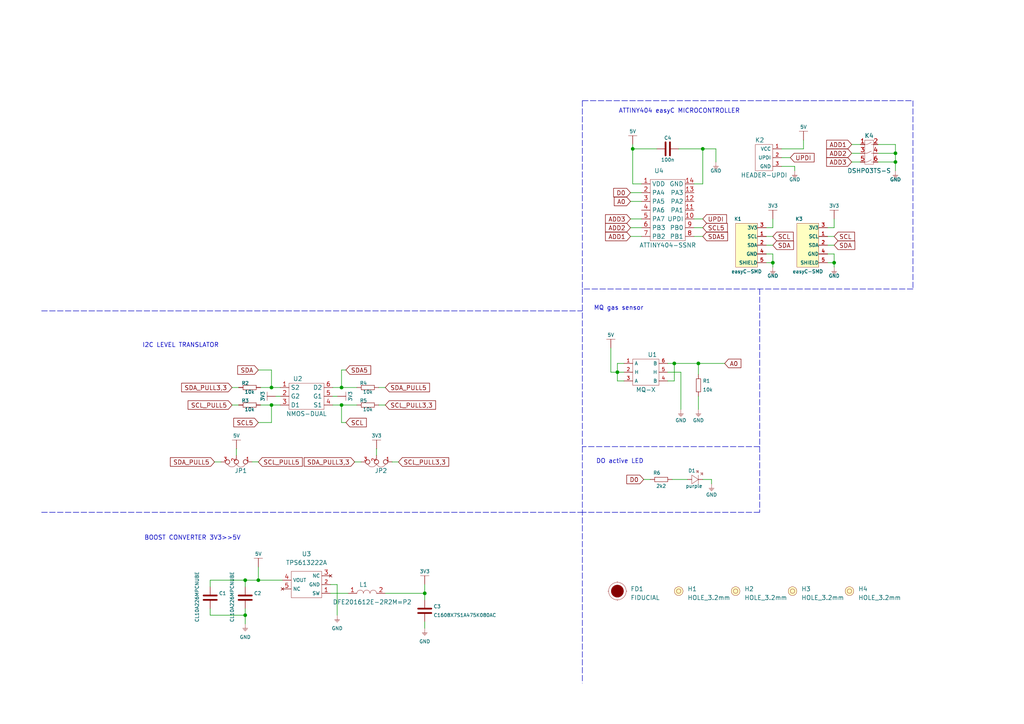
<source format=kicad_sch>
(kicad_sch (version 20211123) (generator eeschema)

  (uuid 82d13a50-9821-40ba-a76e-b4d94ab0a9fe)

  (paper "A4")

  (title_block
    (title "CO sensor MQ7 breakout with easyC")
    (date "2021-08-26")
    (rev "V1.1.1.")
    (company "SOLDERED")
    (comment 1 "333121")
  )

  (lib_symbols
    (symbol "e-radionica.com schematics:0402LED" (pin_numbers hide) (pin_names (offset 0.254) hide) (in_bom yes) (on_board yes)
      (property "Reference" "D" (id 0) (at -0.635 2.54 0)
        (effects (font (size 1 1)))
      )
      (property "Value" "0402LED" (id 1) (at 0 -2.54 0)
        (effects (font (size 1 1)))
      )
      (property "Footprint" "e-radionica.com footprinti:0402LED" (id 2) (at 0 5.08 0)
        (effects (font (size 1 1)) hide)
      )
      (property "Datasheet" "" (id 3) (at 0 0 0)
        (effects (font (size 1 1)) hide)
      )
      (property "Package" "0402" (id 4) (at 0 0 0)
        (effects (font (size 1.27 1.27)) hide)
      )
      (symbol "0402LED_0_1"
        (polyline
          (pts
            (xy -0.635 1.27)
            (xy 1.27 0)
          )
          (stroke (width 0.0006) (type default) (color 0 0 0 0))
          (fill (type none))
        )
        (polyline
          (pts
            (xy 0.635 1.905)
            (xy 1.27 2.54)
          )
          (stroke (width 0.0006) (type default) (color 0 0 0 0))
          (fill (type none))
        )
        (polyline
          (pts
            (xy 1.27 1.27)
            (xy 1.27 -1.27)
          )
          (stroke (width 0.0006) (type default) (color 0 0 0 0))
          (fill (type none))
        )
        (polyline
          (pts
            (xy 1.905 1.27)
            (xy 2.54 1.905)
          )
          (stroke (width 0.0006) (type default) (color 0 0 0 0))
          (fill (type none))
        )
        (polyline
          (pts
            (xy -0.635 1.27)
            (xy -0.635 -1.27)
            (xy 1.27 0)
          )
          (stroke (width 0.0006) (type default) (color 0 0 0 0))
          (fill (type none))
        )
        (polyline
          (pts
            (xy 1.27 2.54)
            (xy 0.635 2.54)
            (xy 1.27 1.905)
            (xy 1.27 2.54)
          )
          (stroke (width 0.0006) (type default) (color 0 0 0 0))
          (fill (type none))
        )
        (polyline
          (pts
            (xy 2.54 1.905)
            (xy 1.905 1.905)
            (xy 2.54 1.27)
            (xy 2.54 1.905)
          )
          (stroke (width 0.0006) (type default) (color 0 0 0 0))
          (fill (type none))
        )
      )
      (symbol "0402LED_1_1"
        (pin passive line (at -1.905 0 0) (length 1.27)
          (name "A" (effects (font (size 1.27 1.27))))
          (number "1" (effects (font (size 1.27 1.27))))
        )
        (pin passive line (at 2.54 0 180) (length 1.27)
          (name "K" (effects (font (size 1.27 1.27))))
          (number "2" (effects (font (size 1.27 1.27))))
        )
      )
    )
    (symbol "e-radionica.com schematics:0402R" (pin_numbers hide) (pin_names (offset 0.254)) (in_bom yes) (on_board yes)
      (property "Reference" "R" (id 0) (at -1.905 1.27 0)
        (effects (font (size 1 1)))
      )
      (property "Value" "0402R" (id 1) (at 0 -1.27 0)
        (effects (font (size 1 1)))
      )
      (property "Footprint" "e-radionica.com footprinti:0402R" (id 2) (at -2.54 1.905 0)
        (effects (font (size 1 1)) hide)
      )
      (property "Datasheet" "" (id 3) (at -2.54 1.905 0)
        (effects (font (size 1 1)) hide)
      )
      (symbol "0402R_0_1"
        (rectangle (start -1.905 -0.635) (end 1.905 -0.6604)
          (stroke (width 0.1) (type default) (color 0 0 0 0))
          (fill (type none))
        )
        (rectangle (start -1.905 0.635) (end -1.8796 -0.635)
          (stroke (width 0.1) (type default) (color 0 0 0 0))
          (fill (type none))
        )
        (rectangle (start -1.905 0.635) (end 1.905 0.6096)
          (stroke (width 0.1) (type default) (color 0 0 0 0))
          (fill (type none))
        )
        (rectangle (start 1.905 0.635) (end 1.9304 -0.635)
          (stroke (width 0.1) (type default) (color 0 0 0 0))
          (fill (type none))
        )
      )
      (symbol "0402R_1_1"
        (pin passive line (at -3.175 0 0) (length 1.27)
          (name "~" (effects (font (size 1.27 1.27))))
          (number "1" (effects (font (size 1.27 1.27))))
        )
        (pin passive line (at 3.175 0 180) (length 1.27)
          (name "~" (effects (font (size 1.27 1.27))))
          (number "2" (effects (font (size 1.27 1.27))))
        )
      )
    )
    (symbol "e-radionica.com schematics:0603C" (pin_numbers hide) (pin_names (offset 0.002)) (in_bom yes) (on_board yes)
      (property "Reference" "C" (id 0) (at -0.635 3.175 0)
        (effects (font (size 1 1)))
      )
      (property "Value" "0603C" (id 1) (at 0 -3.175 0)
        (effects (font (size 1 1)))
      )
      (property "Footprint" "e-radionica.com footprinti:0603C" (id 2) (at 0 0 0)
        (effects (font (size 1 1)) hide)
      )
      (property "Datasheet" "" (id 3) (at 0 0 0)
        (effects (font (size 1 1)) hide)
      )
      (symbol "0603C_0_1"
        (polyline
          (pts
            (xy -0.635 1.905)
            (xy -0.635 -1.905)
          )
          (stroke (width 0.5) (type default) (color 0 0 0 0))
          (fill (type none))
        )
        (polyline
          (pts
            (xy 0.635 1.905)
            (xy 0.635 -1.905)
          )
          (stroke (width 0.5) (type default) (color 0 0 0 0))
          (fill (type none))
        )
      )
      (symbol "0603C_1_1"
        (pin passive line (at -3.175 0 0) (length 2.54)
          (name "~" (effects (font (size 1.27 1.27))))
          (number "1" (effects (font (size 1.27 1.27))))
        )
        (pin passive line (at 3.175 0 180) (length 2.54)
          (name "~" (effects (font (size 1.27 1.27))))
          (number "2" (effects (font (size 1.27 1.27))))
        )
      )
    )
    (symbol "e-radionica.com schematics:0603R" (pin_numbers hide) (pin_names (offset 0.254)) (in_bom yes) (on_board yes)
      (property "Reference" "R" (id 0) (at -1.905 1.905 0)
        (effects (font (size 1 1)))
      )
      (property "Value" "0603R" (id 1) (at 0 -1.905 0)
        (effects (font (size 1 1)))
      )
      (property "Footprint" "e-radionica.com footprinti:0603R" (id 2) (at -0.635 1.905 0)
        (effects (font (size 1 1)) hide)
      )
      (property "Datasheet" "" (id 3) (at -0.635 1.905 0)
        (effects (font (size 1 1)) hide)
      )
      (symbol "0603R_0_1"
        (rectangle (start -1.905 -0.635) (end 1.905 -0.6604)
          (stroke (width 0.1) (type default) (color 0 0 0 0))
          (fill (type none))
        )
        (rectangle (start -1.905 0.635) (end -1.8796 -0.635)
          (stroke (width 0.1) (type default) (color 0 0 0 0))
          (fill (type none))
        )
        (rectangle (start -1.905 0.635) (end 1.905 0.6096)
          (stroke (width 0.1) (type default) (color 0 0 0 0))
          (fill (type none))
        )
        (rectangle (start 1.905 0.635) (end 1.9304 -0.635)
          (stroke (width 0.1) (type default) (color 0 0 0 0))
          (fill (type none))
        )
      )
      (symbol "0603R_1_1"
        (pin passive line (at -3.175 0 0) (length 1.27)
          (name "~" (effects (font (size 1.27 1.27))))
          (number "1" (effects (font (size 1.27 1.27))))
        )
        (pin passive line (at 3.175 0 180) (length 1.27)
          (name "~" (effects (font (size 1.27 1.27))))
          (number "2" (effects (font (size 1.27 1.27))))
        )
      )
    )
    (symbol "e-radionica.com schematics:0805C" (pin_numbers hide) (in_bom yes) (on_board yes)
      (property "Reference" "C" (id 0) (at -0.635 3.175 0)
        (effects (font (size 1 1)))
      )
      (property "Value" "0805C" (id 1) (at 0 -3.175 0)
        (effects (font (size 1 1)))
      )
      (property "Footprint" "e-radionica.com footprinti:0805C" (id 2) (at 0 0 0)
        (effects (font (size 1 1)) hide)
      )
      (property "Datasheet" "" (id 3) (at 0 0 0)
        (effects (font (size 1 1)) hide)
      )
      (symbol "0805C_0_1"
        (polyline
          (pts
            (xy -0.635 1.905)
            (xy -0.635 -1.905)
          )
          (stroke (width 0.5) (type default) (color 0 0 0 0))
          (fill (type none))
        )
        (polyline
          (pts
            (xy 0.635 1.905)
            (xy 0.635 -1.905)
          )
          (stroke (width 0.5) (type default) (color 0 0 0 0))
          (fill (type none))
        )
      )
      (symbol "0805C_1_1"
        (pin passive line (at -3.175 0 0) (length 2.54)
          (name "~" (effects (font (size 1.27 1.27))))
          (number "1" (effects (font (size 1.27 1.27))))
        )
        (pin passive line (at 3.175 0 180) (length 2.54)
          (name "~" (effects (font (size 1.27 1.27))))
          (number "2" (effects (font (size 1.27 1.27))))
        )
      )
    )
    (symbol "e-radionica.com schematics:0806L" (in_bom yes) (on_board yes)
      (property "Reference" "L" (id 0) (at 0 1.905 0)
        (effects (font (size 1.27 1.27)))
      )
      (property "Value" "0806L" (id 1) (at 0 -1.27 0)
        (effects (font (size 1.27 1.27)))
      )
      (property "Footprint" "e-radionica.com footprinti:0806L" (id 2) (at 0 -2.54 0)
        (effects (font (size 1.27 1.27)) hide)
      )
      (property "Datasheet" "" (id 3) (at 0 -1.27 0)
        (effects (font (size 1.27 1.27)) hide)
      )
      (symbol "0806L_0_1"
        (arc (start -1.27 0) (mid -2.2225 0.9388) (end -3.175 0)
          (stroke (width 0.0006) (type default) (color 0 0 0 0))
          (fill (type none))
        )
        (arc (start 0.635 0) (mid -0.3175 0.9388) (end -1.27 0)
          (stroke (width 0.0006) (type default) (color 0 0 0 0))
          (fill (type none))
        )
        (arc (start 2.54 0) (mid 1.5875 0.9388) (end 0.635 0)
          (stroke (width 0.0006) (type default) (color 0 0 0 0))
          (fill (type none))
        )
      )
      (symbol "0806L_1_1"
        (pin passive line (at -5.715 0 0) (length 2.54)
          (name "" (effects (font (size 1.27 1.27))))
          (number "1" (effects (font (size 1.27 1.27))))
        )
        (pin passive line (at 5.08 0 180) (length 2.54)
          (name "" (effects (font (size 1.27 1.27))))
          (number "2" (effects (font (size 1.27 1.27))))
        )
      )
    )
    (symbol "e-radionica.com schematics:3V3" (power) (pin_names (offset 0)) (in_bom yes) (on_board yes)
      (property "Reference" "#PWR" (id 0) (at 4.445 0 0)
        (effects (font (size 1 1)) hide)
      )
      (property "Value" "3V3" (id 1) (at 0 3.556 0)
        (effects (font (size 1 1)))
      )
      (property "Footprint" "" (id 2) (at 4.445 3.81 0)
        (effects (font (size 1 1)) hide)
      )
      (property "Datasheet" "" (id 3) (at 4.445 3.81 0)
        (effects (font (size 1 1)) hide)
      )
      (property "ki_keywords" "power-flag" (id 4) (at 0 0 0)
        (effects (font (size 1.27 1.27)) hide)
      )
      (property "ki_description" "Power symbol creates a global label with name \"+3V3\"" (id 5) (at 0 0 0)
        (effects (font (size 1.27 1.27)) hide)
      )
      (symbol "3V3_0_1"
        (polyline
          (pts
            (xy -1.27 2.54)
            (xy 1.27 2.54)
          )
          (stroke (width 0.0006) (type default) (color 0 0 0 0))
          (fill (type none))
        )
        (polyline
          (pts
            (xy 0 0)
            (xy 0 2.54)
          )
          (stroke (width 0) (type default) (color 0 0 0 0))
          (fill (type none))
        )
      )
      (symbol "3V3_1_1"
        (pin power_in line (at 0 0 90) (length 0) hide
          (name "3V3" (effects (font (size 1.27 1.27))))
          (number "1" (effects (font (size 1.27 1.27))))
        )
      )
    )
    (symbol "e-radionica.com schematics:5V" (power) (pin_names (offset 0)) (in_bom yes) (on_board yes)
      (property "Reference" "#PWR" (id 0) (at 4.445 0 0)
        (effects (font (size 1 1)) hide)
      )
      (property "Value" "5V" (id 1) (at 0 3.556 0)
        (effects (font (size 1 1)))
      )
      (property "Footprint" "" (id 2) (at 4.445 3.81 0)
        (effects (font (size 1 1)) hide)
      )
      (property "Datasheet" "" (id 3) (at 4.445 3.81 0)
        (effects (font (size 1 1)) hide)
      )
      (property "ki_keywords" "power-flag" (id 4) (at 0 0 0)
        (effects (font (size 1.27 1.27)) hide)
      )
      (property "ki_description" "Power symbol creates a global label with name \"+3V3\"" (id 5) (at 0 0 0)
        (effects (font (size 1.27 1.27)) hide)
      )
      (symbol "5V_0_1"
        (polyline
          (pts
            (xy -1.27 2.54)
            (xy 1.27 2.54)
          )
          (stroke (width 0.0006) (type default) (color 0 0 0 0))
          (fill (type none))
        )
        (polyline
          (pts
            (xy 0 0)
            (xy 0 2.54)
          )
          (stroke (width 0) (type default) (color 0 0 0 0))
          (fill (type none))
        )
      )
      (symbol "5V_1_1"
        (pin power_in line (at 0 0 90) (length 0) hide
          (name "5V" (effects (font (size 1.27 1.27))))
          (number "1" (effects (font (size 1.27 1.27))))
        )
      )
    )
    (symbol "e-radionica.com schematics:ATTINY404-SSNR" (in_bom yes) (on_board yes)
      (property "Reference" "U" (id 0) (at -5.08 10.16 0)
        (effects (font (size 1.27 1.27)))
      )
      (property "Value" "ATTINY404-SSNR" (id 1) (at 0 -10.16 0)
        (effects (font (size 1.27 1.27)))
      )
      (property "Footprint" "e-radionica.com footprinti:SOIC-14" (id 2) (at 0 -11.43 0)
        (effects (font (size 1.27 1.27)) hide)
      )
      (property "Datasheet" "" (id 3) (at 0 -2.54 0)
        (effects (font (size 1.27 1.27)) hide)
      )
      (symbol "ATTINY404-SSNR_0_1"
        (rectangle (start -5.08 8.89) (end 5.08 -8.89)
          (stroke (width 0.0006) (type default) (color 0 0 0 0))
          (fill (type none))
        )
      )
      (symbol "ATTINY404-SSNR_1_1"
        (pin power_in line (at -7.62 7.62 0) (length 2.54)
          (name "VDD" (effects (font (size 1.27 1.27))))
          (number "1" (effects (font (size 1.27 1.27))))
        )
        (pin bidirectional line (at 7.62 -2.54 180) (length 2.54)
          (name "UPDI" (effects (font (size 1.27 1.27))))
          (number "10" (effects (font (size 1.27 1.27))))
        )
        (pin bidirectional line (at 7.62 0 180) (length 2.54)
          (name "PA1" (effects (font (size 1.27 1.27))))
          (number "11" (effects (font (size 1.27 1.27))))
        )
        (pin bidirectional line (at 7.62 2.54 180) (length 2.54)
          (name "PA2" (effects (font (size 1.27 1.27))))
          (number "12" (effects (font (size 1.27 1.27))))
        )
        (pin bidirectional line (at 7.62 5.08 180) (length 2.54)
          (name "PA3" (effects (font (size 1.27 1.27))))
          (number "13" (effects (font (size 1.27 1.27))))
        )
        (pin power_in line (at 7.62 7.62 180) (length 2.54)
          (name "GND" (effects (font (size 1.27 1.27))))
          (number "14" (effects (font (size 1.27 1.27))))
        )
        (pin bidirectional line (at -7.62 5.08 0) (length 2.54)
          (name "PA4" (effects (font (size 1.27 1.27))))
          (number "2" (effects (font (size 1.27 1.27))))
        )
        (pin bidirectional line (at -7.62 2.54 0) (length 2.54)
          (name "PA5" (effects (font (size 1.27 1.27))))
          (number "3" (effects (font (size 1.27 1.27))))
        )
        (pin bidirectional line (at -7.62 0 0) (length 2.54)
          (name "PA6" (effects (font (size 1.27 1.27))))
          (number "4" (effects (font (size 1.27 1.27))))
        )
        (pin bidirectional line (at -7.62 -2.54 0) (length 2.54)
          (name "PA7" (effects (font (size 1.27 1.27))))
          (number "5" (effects (font (size 1.27 1.27))))
        )
        (pin bidirectional line (at -7.62 -5.08 0) (length 2.54)
          (name "PB3" (effects (font (size 1.27 1.27))))
          (number "6" (effects (font (size 1.27 1.27))))
        )
        (pin bidirectional line (at -7.62 -7.62 0) (length 2.54)
          (name "PB2" (effects (font (size 1.27 1.27))))
          (number "7" (effects (font (size 1.27 1.27))))
        )
        (pin bidirectional line (at 7.62 -7.62 180) (length 2.54)
          (name "PB1" (effects (font (size 1.27 1.27))))
          (number "8" (effects (font (size 1.27 1.27))))
        )
        (pin bidirectional line (at 7.62 -5.08 180) (length 2.54)
          (name "PB0" (effects (font (size 1.27 1.27))))
          (number "9" (effects (font (size 1.27 1.27))))
        )
      )
    )
    (symbol "e-radionica.com schematics:DSHP03TS-S" (in_bom yes) (on_board yes)
      (property "Reference" "K" (id 0) (at 0 5.08 0)
        (effects (font (size 1.27 1.27)))
      )
      (property "Value" "DSHP03TS-S" (id 1) (at 0 -5.08 0)
        (effects (font (size 1.27 1.27)))
      )
      (property "Footprint" "e-radionica.com footprinti:DSHP03TS-S" (id 2) (at -1.27 -7.62 0)
        (effects (font (size 1.27 1.27)) hide)
      )
      (property "Datasheet" "" (id 3) (at 0 0 0)
        (effects (font (size 1.27 1.27)) hide)
      )
      (property "ki_keywords" "DIP SW SWITCH " (id 4) (at 0 0 0)
        (effects (font (size 1.27 1.27)) hide)
      )
      (symbol "DSHP03TS-S_0_1"
        (rectangle (start -1.27 3.81) (end 1.27 -3.175)
          (stroke (width 0.0006) (type default) (color 0 0 0 0))
          (fill (type none))
        )
        (polyline
          (pts
            (xy 1.27 -2.54)
            (xy 0.635 -2.54)
          )
          (stroke (width 0.0006) (type default) (color 0 0 0 0))
          (fill (type none))
        )
        (polyline
          (pts
            (xy 1.27 0)
            (xy 0.635 0)
          )
          (stroke (width 0.0006) (type default) (color 0 0 0 0))
          (fill (type none))
        )
        (polyline
          (pts
            (xy 1.27 2.54)
            (xy 0.635 2.54)
          )
          (stroke (width 0.0006) (type default) (color 0 0 0 0))
          (fill (type none))
        )
        (polyline
          (pts
            (xy -1.27 -2.54)
            (xy -0.635 -2.54)
            (xy 0.635 -1.905)
          )
          (stroke (width 0.0006) (type default) (color 0 0 0 0))
          (fill (type none))
        )
        (polyline
          (pts
            (xy -1.27 0)
            (xy -0.635 0)
            (xy 0.635 0.635)
          )
          (stroke (width 0.0006) (type default) (color 0 0 0 0))
          (fill (type none))
        )
        (polyline
          (pts
            (xy -1.27 2.54)
            (xy -0.635 2.54)
            (xy 0.635 3.175)
          )
          (stroke (width 0.0006) (type default) (color 0 0 0 0))
          (fill (type none))
        )
      )
      (symbol "DSHP03TS-S_1_1"
        (pin bidirectional line (at -2.54 2.54 0) (length 1.27)
          (name "~" (effects (font (size 1.27 1.27))))
          (number "1" (effects (font (size 1.27 1.27))))
        )
        (pin bidirectional line (at 2.54 2.54 180) (length 1.27)
          (name "~" (effects (font (size 1.27 1.27))))
          (number "2" (effects (font (size 1.27 1.27))))
        )
        (pin bidirectional line (at -2.54 0 0) (length 1.27)
          (name "~" (effects (font (size 1.27 1.27))))
          (number "3" (effects (font (size 1.27 1.27))))
        )
        (pin bidirectional line (at 2.54 0 180) (length 1.27)
          (name "~" (effects (font (size 1.27 1.27))))
          (number "4" (effects (font (size 1.27 1.27))))
        )
        (pin bidirectional line (at -2.54 -2.54 0) (length 1.27)
          (name "~" (effects (font (size 1.27 1.27))))
          (number "5" (effects (font (size 1.27 1.27))))
        )
        (pin bidirectional line (at 2.54 -2.54 180) (length 1.27)
          (name "~" (effects (font (size 1.27 1.27))))
          (number "6" (effects (font (size 1.27 1.27))))
        )
      )
    )
    (symbol "e-radionica.com schematics:FIDUCIAL" (in_bom no) (on_board yes)
      (property "Reference" "FD" (id 0) (at 0 3.81 0)
        (effects (font (size 1.27 1.27)))
      )
      (property "Value" "FIDUCIAL" (id 1) (at 0 -3.81 0)
        (effects (font (size 1.27 1.27)))
      )
      (property "Footprint" "e-radionica.com footprinti:FIDUCIAL_23" (id 2) (at 0.254 -5.334 0)
        (effects (font (size 1.27 1.27)) hide)
      )
      (property "Datasheet" "" (id 3) (at 0 0 0)
        (effects (font (size 1.27 1.27)) hide)
      )
      (symbol "FIDUCIAL_0_1"
        (polyline
          (pts
            (xy -2.54 0)
            (xy -2.794 0)
          )
          (stroke (width 0.0006) (type default) (color 0 0 0 0))
          (fill (type none))
        )
        (polyline
          (pts
            (xy 0 -2.54)
            (xy 0 -2.794)
          )
          (stroke (width 0.0006) (type default) (color 0 0 0 0))
          (fill (type none))
        )
        (polyline
          (pts
            (xy 0 2.54)
            (xy 0 2.794)
          )
          (stroke (width 0.0006) (type default) (color 0 0 0 0))
          (fill (type none))
        )
        (polyline
          (pts
            (xy 2.54 0)
            (xy 2.794 0)
          )
          (stroke (width 0.0006) (type default) (color 0 0 0 0))
          (fill (type none))
        )
        (circle (center 0 0) (radius 1.7961)
          (stroke (width 0.001) (type default) (color 0 0 0 0))
          (fill (type outline))
        )
        (circle (center 0 0) (radius 2.54)
          (stroke (width 0.0006) (type default) (color 0 0 0 0))
          (fill (type none))
        )
      )
    )
    (symbol "e-radionica.com schematics:GND" (power) (pin_names (offset 0)) (in_bom yes) (on_board yes)
      (property "Reference" "#PWR" (id 0) (at 4.445 0 0)
        (effects (font (size 1 1)) hide)
      )
      (property "Value" "GND" (id 1) (at 0 -2.921 0)
        (effects (font (size 1 1)))
      )
      (property "Footprint" "" (id 2) (at 4.445 3.81 0)
        (effects (font (size 1 1)) hide)
      )
      (property "Datasheet" "" (id 3) (at 4.445 3.81 0)
        (effects (font (size 1 1)) hide)
      )
      (property "ki_keywords" "power-flag" (id 4) (at 0 0 0)
        (effects (font (size 1.27 1.27)) hide)
      )
      (property "ki_description" "Power symbol creates a global label with name \"GND\"" (id 5) (at 0 0 0)
        (effects (font (size 1.27 1.27)) hide)
      )
      (symbol "GND_0_1"
        (polyline
          (pts
            (xy -0.762 -1.27)
            (xy 0.762 -1.27)
          )
          (stroke (width 0.0006) (type default) (color 0 0 0 0))
          (fill (type none))
        )
        (polyline
          (pts
            (xy -0.635 -1.524)
            (xy 0.635 -1.524)
          )
          (stroke (width 0.0006) (type default) (color 0 0 0 0))
          (fill (type none))
        )
        (polyline
          (pts
            (xy -0.381 -1.778)
            (xy 0.381 -1.778)
          )
          (stroke (width 0.0006) (type default) (color 0 0 0 0))
          (fill (type none))
        )
        (polyline
          (pts
            (xy -0.127 -2.032)
            (xy 0.127 -2.032)
          )
          (stroke (width 0.0006) (type default) (color 0 0 0 0))
          (fill (type none))
        )
        (polyline
          (pts
            (xy 0 0)
            (xy 0 -1.27)
          )
          (stroke (width 0.0006) (type default) (color 0 0 0 0))
          (fill (type none))
        )
      )
      (symbol "GND_1_1"
        (pin power_in line (at 0 0 270) (length 0) hide
          (name "GND" (effects (font (size 1.27 1.27))))
          (number "1" (effects (font (size 1.27 1.27))))
        )
      )
    )
    (symbol "e-radionica.com schematics:HEADER-UPDI" (in_bom yes) (on_board yes)
      (property "Reference" "K" (id 0) (at -1.27 5.08 0)
        (effects (font (size 1.27 1.27)))
      )
      (property "Value" "HEADER-UPDI" (id 1) (at 0 -5.08 0)
        (effects (font (size 1.27 1.27)))
      )
      (property "Footprint" "e-radionica.com footprinti:HEADER-UPDI" (id 2) (at 2.54 -7.62 0)
        (effects (font (size 1.27 1.27)) hide)
      )
      (property "Datasheet" "" (id 3) (at 2.54 0 0)
        (effects (font (size 1.27 1.27)) hide)
      )
      (symbol "HEADER-UPDI_0_1"
        (rectangle (start -2.54 3.81) (end 2.54 -3.81)
          (stroke (width 0.0006) (type default) (color 0 0 0 0))
          (fill (type none))
        )
      )
      (symbol "HEADER-UPDI_1_1"
        (pin power_in line (at 5.08 2.54 180) (length 2.54)
          (name "VCC" (effects (font (size 1 1))))
          (number "1" (effects (font (size 1 1))))
        )
        (pin bidirectional line (at 5.08 0 180) (length 2.54)
          (name "UPDI" (effects (font (size 1 1))))
          (number "2" (effects (font (size 1 1))))
        )
        (pin power_in line (at 5.08 -2.54 180) (length 2.54)
          (name "GND" (effects (font (size 1 1))))
          (number "3" (effects (font (size 1 1))))
        )
      )
    )
    (symbol "e-radionica.com schematics:HOLE_3.2mm" (pin_numbers hide) (pin_names hide) (in_bom yes) (on_board yes)
      (property "Reference" "H" (id 0) (at 0 2.54 0)
        (effects (font (size 1.27 1.27)))
      )
      (property "Value" "HOLE_3.2mm" (id 1) (at 0 -2.54 0)
        (effects (font (size 1.27 1.27)))
      )
      (property "Footprint" "e-radionica.com footprinti:HOLE_3.2mm" (id 2) (at 0 0 0)
        (effects (font (size 1.27 1.27)) hide)
      )
      (property "Datasheet" "" (id 3) (at 0 0 0)
        (effects (font (size 1.27 1.27)) hide)
      )
      (symbol "HOLE_3.2mm_0_1"
        (circle (center 0 0) (radius 0.635)
          (stroke (width 0.0006) (type default) (color 0 0 0 0))
          (fill (type none))
        )
        (circle (center 0 0) (radius 1.27)
          (stroke (width 0.001) (type default) (color 0 0 0 0))
          (fill (type background))
        )
      )
    )
    (symbol "e-radionica.com schematics:MQ" (in_bom yes) (on_board yes)
      (property "Reference" "U" (id 0) (at 0 5.08 0)
        (effects (font (size 1.27 1.27)))
      )
      (property "Value" "MQ" (id 1) (at 0 -5.08 0)
        (effects (font (size 1.27 1.27)))
      )
      (property "Footprint" "e-radionica.com footprinti:MQ" (id 2) (at 2.286 0 0)
        (effects (font (size 1.27 1.27)) hide)
      )
      (property "Datasheet" "" (id 3) (at 2.286 0 0)
        (effects (font (size 1.27 1.27)) hide)
      )
      (symbol "MQ_0_1"
        (rectangle (start -3.81 3.81) (end 3.81 -3.81)
          (stroke (width 0.0006) (type default) (color 0 0 0 0))
          (fill (type none))
        )
      )
      (symbol "MQ_1_1"
        (pin input line (at -6.35 2.54 0) (length 2.54)
          (name "A" (effects (font (size 1 1))))
          (number "1" (effects (font (size 1 1))))
        )
        (pin input line (at -6.35 0 0) (length 2.54)
          (name "H" (effects (font (size 1 1))))
          (number "2" (effects (font (size 1 1))))
        )
        (pin input line (at -6.35 -2.54 0) (length 2.54)
          (name "A" (effects (font (size 1 1))))
          (number "3" (effects (font (size 1 1))))
        )
        (pin input line (at 6.35 -2.54 180) (length 2.54)
          (name "B" (effects (font (size 1 1))))
          (number "4" (effects (font (size 1 1))))
        )
        (pin input line (at 6.35 0 180) (length 2.54)
          (name "H" (effects (font (size 1 1))))
          (number "5" (effects (font (size 1 1))))
        )
        (pin input line (at 6.35 2.54 180) (length 2.54)
          (name "B" (effects (font (size 1 1))))
          (number "6" (effects (font (size 1 1))))
        )
      )
    )
    (symbol "e-radionica.com schematics:NMOS-DUAL" (in_bom yes) (on_board yes)
      (property "Reference" "U" (id 0) (at -3.81 5.08 0)
        (effects (font (size 1.27 1.27)))
      )
      (property "Value" "NMOS-DUAL" (id 1) (at 0 -5.08 0)
        (effects (font (size 1.27 1.27)))
      )
      (property "Footprint" "e-radionica.com footprinti:SOT-363" (id 2) (at 0 -7.62 0)
        (effects (font (size 1.27 1.27)) hide)
      )
      (property "Datasheet" "" (id 3) (at 0 -2.54 0)
        (effects (font (size 1.27 1.27)) hide)
      )
      (symbol "NMOS-DUAL_0_1"
        (rectangle (start -5.08 3.81) (end 5.08 -3.81)
          (stroke (width 0.0006) (type default) (color 0 0 0 0))
          (fill (type none))
        )
      )
      (symbol "NMOS-DUAL_1_1"
        (pin input line (at -7.62 2.54 0) (length 2.54)
          (name "S2" (effects (font (size 1.27 1.27))))
          (number "1" (effects (font (size 1.27 1.27))))
        )
        (pin input line (at -7.62 0 0) (length 2.54)
          (name "G2" (effects (font (size 1.27 1.27))))
          (number "2" (effects (font (size 1.27 1.27))))
        )
        (pin input line (at -7.62 -2.54 0) (length 2.54)
          (name "D1" (effects (font (size 1.27 1.27))))
          (number "3" (effects (font (size 1.27 1.27))))
        )
        (pin input line (at 7.62 -2.54 180) (length 2.54)
          (name "S1" (effects (font (size 1.27 1.27))))
          (number "4" (effects (font (size 1.27 1.27))))
        )
        (pin input line (at 7.62 0 180) (length 2.54)
          (name "G1" (effects (font (size 1.27 1.27))))
          (number "5" (effects (font (size 1.27 1.27))))
        )
        (pin input line (at 7.62 2.54 180) (length 2.54)
          (name "D2" (effects (font (size 1.27 1.27))))
          (number "6" (effects (font (size 1.27 1.27))))
        )
      )
    )
    (symbol "e-radionica.com schematics:SMD_JUMPER_3_PAD_TRACE" (in_bom yes) (on_board yes)
      (property "Reference" "JP" (id 0) (at 0.0254 5.461 0)
        (effects (font (size 1.27 1.27)))
      )
      (property "Value" "SMD_JUMPER_3_PAD_TRACE" (id 1) (at 0.3048 -4.572 0)
        (effects (font (size 1.27 1.27)))
      )
      (property "Footprint" "e-radionica.com footprinti:SMD_JUMPER_3_PAD_TRACE" (id 2) (at 0 -1.27 0)
        (effects (font (size 1.27 1.27)) hide)
      )
      (property "Datasheet" "" (id 3) (at 0 0 0)
        (effects (font (size 1.27 1.27)) hide)
      )
      (symbol "SMD_JUMPER_3_PAD_TRACE_0_1"
        (arc (start 0 0.5842) (mid -1.2996 1.472) (end -2.6162 0.6096)
          (stroke (width 0.0006) (type default) (color 0 0 0 0))
          (fill (type none))
        )
        (arc (start 2.5908 0.6604) (mid 1.2796 1.4379) (end 0 0.6096)
          (stroke (width 0.0006) (type default) (color 0 0 0 0))
          (fill (type none))
        )
      )
      (symbol "SMD_JUMPER_3_PAD_TRACE_1_1"
        (pin passive inverted (at -4.5212 -0.0254 0) (length 2.54)
          (name "" (effects (font (size 1 1))))
          (number "1" (effects (font (size 1 1))))
        )
        (pin passive inverted (at 0.0254 -1.9304 90) (length 2.54)
          (name "" (effects (font (size 1 1))))
          (number "2" (effects (font (size 1 1))))
        )
        (pin passive inverted (at 4.4704 0 180) (length 2.54)
          (name "" (effects (font (size 1 1))))
          (number "3" (effects (font (size 1 1))))
        )
      )
    )
    (symbol "e-radionica.com schematics:TPS613222A" (in_bom yes) (on_board yes)
      (property "Reference" "U" (id 0) (at 0 5.08 0)
        (effects (font (size 1.27 1.27)))
      )
      (property "Value" "TPS613222A" (id 1) (at 0 -5.08 0)
        (effects (font (size 1.27 1.27)))
      )
      (property "Footprint" "e-radionica.com footprinti:tps613222a" (id 2) (at -0.635 0 0)
        (effects (font (size 1.27 1.27)) hide)
      )
      (property "Datasheet" "" (id 3) (at -0.635 0 0)
        (effects (font (size 1.27 1.27)) hide)
      )
      (symbol "TPS613222A_0_1"
        (rectangle (start -4.445 3.81) (end 4.445 -3.81)
          (stroke (width 0.0006) (type default) (color 0 0 0 0))
          (fill (type none))
        )
      )
      (symbol "TPS613222A_1_1"
        (pin passive line (at 6.985 -2.54 180) (length 2.54)
          (name "SW" (effects (font (size 1 1))))
          (number "1" (effects (font (size 1.27 1.27))))
        )
        (pin passive line (at 6.985 0 180) (length 2.54)
          (name "GND" (effects (font (size 1 1))))
          (number "2" (effects (font (size 1 1))))
        )
        (pin no_connect line (at 6.985 2.54 180) (length 2.54)
          (name "NC" (effects (font (size 1 1))))
          (number "3" (effects (font (size 1.27 1.27))))
        )
        (pin passive line (at -6.985 1.27 0) (length 2.54)
          (name "VOUT" (effects (font (size 1 1))))
          (number "4" (effects (font (size 1.27 1.27))))
        )
        (pin no_connect line (at -6.985 -1.27 0) (length 2.54)
          (name "NC" (effects (font (size 1 1))))
          (number "5" (effects (font (size 1.27 1.27))))
        )
      )
    )
    (symbol "e-radionica.com schematics:easyC-SMD" (pin_names (offset 0.002)) (in_bom yes) (on_board yes)
      (property "Reference" "K" (id 0) (at -2.54 10.16 0)
        (effects (font (size 1 1)))
      )
      (property "Value" "easyC-SMD" (id 1) (at 0 -5.08 0)
        (effects (font (size 1 1)))
      )
      (property "Footprint" "e-radionica.com footprinti:easyC-connector" (id 2) (at 3.175 2.54 0)
        (effects (font (size 1 1)) hide)
      )
      (property "Datasheet" "" (id 3) (at 3.175 2.54 0)
        (effects (font (size 1 1)) hide)
      )
      (symbol "easyC-SMD_0_1"
        (rectangle (start -3.175 8.89) (end 3.175 -3.81)
          (stroke (width 0.001) (type default) (color 0 0 0 0))
          (fill (type background))
        )
      )
      (symbol "easyC-SMD_1_1"
        (pin passive line (at 5.715 5.08 180) (length 2.54)
          (name "SCL" (effects (font (size 1 1))))
          (number "1" (effects (font (size 1 1))))
        )
        (pin passive line (at 5.715 2.54 180) (length 2.54)
          (name "SDA" (effects (font (size 1 1))))
          (number "2" (effects (font (size 1 1))))
        )
        (pin passive line (at 5.715 7.62 180) (length 2.54)
          (name "3V3" (effects (font (size 1 1))))
          (number "3" (effects (font (size 1 1))))
        )
        (pin passive line (at 5.715 0 180) (length 2.54)
          (name "GND" (effects (font (size 1 1))))
          (number "4" (effects (font (size 1 1))))
        )
        (pin passive line (at 5.715 -2.54 180) (length 2.54)
          (name "SHIELD" (effects (font (size 1 1))))
          (number "5" (effects (font (size 1 1))))
        )
      )
    )
  )

  (junction (at 195.58 105.41) (diameter 0.9144) (color 0 0 0 0)
    (uuid 1e8701fc-ad24-40ea-846a-e3db538d6077)
  )
  (junction (at 183.515 43.18) (diameter 0.9144) (color 0 0 0 0)
    (uuid 25d545dc-8f50-4573-922c-35ef5a2a3a19)
  )
  (junction (at 241.935 76.2) (diameter 0.9144) (color 0 0 0 0)
    (uuid 40976bf0-19de-460f-ad64-224d4f51e16b)
  )
  (junction (at 71.12 178.435) (diameter 0.9144) (color 0 0 0 0)
    (uuid 4780a290-d25c-4459-9579-eba3f7678762)
  )
  (junction (at 71.12 168.275) (diameter 0.9144) (color 0 0 0 0)
    (uuid 7e023245-2c2b-4e2b-bfb9-5d35176e88f2)
  )
  (junction (at 224.155 76.2) (diameter 0.9144) (color 0 0 0 0)
    (uuid 8c514922-ffe1-4e37-a260-e807409f2e0d)
  )
  (junction (at 99.06 117.475) (diameter 0.9144) (color 0 0 0 0)
    (uuid aca4de92-9c41-4c2b-9afa-540d02dafa1c)
  )
  (junction (at 78.74 112.395) (diameter 0.9144) (color 0 0 0 0)
    (uuid babeabf2-f3b0-4ed5-8d9e-0215947e6cf3)
  )
  (junction (at 203.835 43.18) (diameter 0.9144) (color 0 0 0 0)
    (uuid c25a772d-af9c-4ebc-96f6-0966738c13a8)
  )
  (junction (at 123.19 172.085) (diameter 0.9144) (color 0 0 0 0)
    (uuid c43663ee-9a0d-4f27-a292-89ba89964065)
  )
  (junction (at 179.07 107.95) (diameter 0.9144) (color 0 0 0 0)
    (uuid c830e3bc-dc64-4f65-8f47-3b106bae2807)
  )
  (junction (at 259.715 46.99) (diameter 0.9144) (color 0 0 0 0)
    (uuid c8c79177-94d4-43e2-a654-f0a5554fbb68)
  )
  (junction (at 202.565 105.41) (diameter 0.9144) (color 0 0 0 0)
    (uuid d5641ac9-9be7-46bf-90b3-6c83d852b5ba)
  )
  (junction (at 99.06 112.395) (diameter 0.9144) (color 0 0 0 0)
    (uuid d7269d2a-b8c0-422d-8f25-f79ea31bf75e)
  )
  (junction (at 74.93 168.275) (diameter 0.9144) (color 0 0 0 0)
    (uuid df68c26a-03b5-4466-aecf-ba34b7dce6b7)
  )
  (junction (at 259.715 44.45) (diameter 0.9144) (color 0 0 0 0)
    (uuid e21aa84b-970e-47cf-b64f-3b55ee0e1b51)
  )
  (junction (at 78.74 117.475) (diameter 0.9144) (color 0 0 0 0)
    (uuid e8c50f1b-c316-4110-9cce-5c24c65a1eaa)
  )

  (wire (pts (xy 96.52 117.475) (xy 99.06 117.475))
    (stroke (width 0) (type solid) (color 0 0 0 0))
    (uuid 02ff8d5a-2c6d-4fe6-aac7-61e83e041233)
  )
  (wire (pts (xy 247.015 41.91) (xy 249.555 41.91))
    (stroke (width 0) (type solid) (color 0 0 0 0))
    (uuid 0355d112-8dd1-4737-96d1-dc0e3985cf89)
  )
  (wire (pts (xy 193.675 105.41) (xy 195.58 105.41))
    (stroke (width 0) (type solid) (color 0 0 0 0))
    (uuid 0695d603-6507-40ae-b09f-b26ab2bea23a)
  )
  (wire (pts (xy 195.58 105.41) (xy 195.58 110.49))
    (stroke (width 0) (type solid) (color 0 0 0 0))
    (uuid 0695d603-6507-40ae-b09f-b26ab2bea23b)
  )
  (wire (pts (xy 195.58 110.49) (xy 193.675 110.49))
    (stroke (width 0) (type solid) (color 0 0 0 0))
    (uuid 0695d603-6507-40ae-b09f-b26ab2bea23c)
  )
  (wire (pts (xy 179.07 107.95) (xy 179.07 110.49))
    (stroke (width 0) (type solid) (color 0 0 0 0))
    (uuid 06bfb560-c96c-4471-9426-0b2ea7de102f)
  )
  (wire (pts (xy 240.03 76.2) (xy 241.935 76.2))
    (stroke (width 0) (type solid) (color 0 0 0 0))
    (uuid 09dfb37a-f4c7-4f07-a943-4d4319bc2c00)
  )
  (wire (pts (xy 224.155 73.66) (xy 224.155 76.2))
    (stroke (width 0) (type solid) (color 0 0 0 0))
    (uuid 14836482-9cb3-4ac1-ae7b-e494aadb2f51)
  )
  (wire (pts (xy 109.855 112.395) (xy 111.76 112.395))
    (stroke (width 0) (type solid) (color 0 0 0 0))
    (uuid 15d208d5-3428-4a4e-872f-4715c4fd3281)
  )
  (wire (pts (xy 113.7412 133.985) (xy 115.57 133.985))
    (stroke (width 0) (type solid) (color 0 0 0 0))
    (uuid 15e9a624-c01f-4674-be10-b95583280c50)
  )
  (wire (pts (xy 74.93 122.555) (xy 78.74 122.555))
    (stroke (width 0) (type solid) (color 0 0 0 0))
    (uuid 16514e74-baa8-4aa9-b0d2-0fefd7a256a4)
  )
  (wire (pts (xy 240.03 73.66) (xy 241.935 73.66))
    (stroke (width 0) (type solid) (color 0 0 0 0))
    (uuid 17bc906a-a6ba-41ef-8b7b-8f1226daef09)
  )
  (wire (pts (xy 60.96 170.18) (xy 60.96 168.275))
    (stroke (width 0) (type solid) (color 0 0 0 0))
    (uuid 19327ae6-7c6f-446d-9c11-379f3144ae30)
  )
  (wire (pts (xy 203.835 53.34) (xy 201.295 53.34))
    (stroke (width 0) (type solid) (color 0 0 0 0))
    (uuid 1bf7c9d4-47ef-430b-8596-f49931723ce9)
  )
  (wire (pts (xy 259.715 44.45) (xy 259.715 46.99))
    (stroke (width 0) (type solid) (color 0 0 0 0))
    (uuid 2476cce4-f817-49ac-8f01-5f10b43a1a75)
  )
  (wire (pts (xy 230.505 48.26) (xy 230.505 49.53))
    (stroke (width 0) (type solid) (color 0 0 0 0))
    (uuid 2cc959cf-7c9c-4ec4-9232-a7070d6a4d8e)
  )
  (wire (pts (xy 186.69 139.065) (xy 188.595 139.065))
    (stroke (width 0) (type solid) (color 0 0 0 0))
    (uuid 30e35ead-c474-4c81-9a42-6c072b87a4cf)
  )
  (wire (pts (xy 109.855 117.475) (xy 111.76 117.475))
    (stroke (width 0) (type solid) (color 0 0 0 0))
    (uuid 30eeed85-beb2-4157-8310-73ed4b6e4d78)
  )
  (polyline (pts (xy 168.91 29.21) (xy 264.795 29.21))
    (stroke (width 0) (type dash) (color 0 0 0 0))
    (uuid 30f6140c-afa7-4934-98d3-6666b5f580a9)
  )

  (wire (pts (xy 78.74 117.475) (xy 81.28 117.475))
    (stroke (width 0) (type solid) (color 0 0 0 0))
    (uuid 32c1f8ad-bc83-403b-90d9-175f56c81853)
  )
  (wire (pts (xy 182.88 68.58) (xy 186.055 68.58))
    (stroke (width 0) (type solid) (color 0 0 0 0))
    (uuid 33d2cd46-39a1-4ed2-b446-a559b873a118)
  )
  (wire (pts (xy 71.12 178.435) (xy 71.12 180.975))
    (stroke (width 0) (type solid) (color 0 0 0 0))
    (uuid 3690fc65-ba08-4832-a390-d63a5abfc446)
  )
  (wire (pts (xy 233.045 43.18) (xy 233.045 40.64))
    (stroke (width 0) (type solid) (color 0 0 0 0))
    (uuid 389bead1-fbd3-4741-a6e0-57f34617d3a3)
  )
  (polyline (pts (xy 12.065 90.17) (xy 168.91 90.17))
    (stroke (width 0) (type dash) (color 0 0 0 0))
    (uuid 393f69bd-613f-4ee0-b258-604d43e87e09)
  )

  (wire (pts (xy 68.5546 132.0546) (xy 68.5546 130.175))
    (stroke (width 0) (type solid) (color 0 0 0 0))
    (uuid 3a29b652-2353-46af-9e2d-482fa4c902c3)
  )
  (wire (pts (xy 202.565 105.41) (xy 210.185 105.41))
    (stroke (width 0) (type solid) (color 0 0 0 0))
    (uuid 3bd68823-eb53-431f-86e5-bbfd4e4423cc)
  )
  (wire (pts (xy 222.25 71.12) (xy 224.155 71.12))
    (stroke (width 0) (type solid) (color 0 0 0 0))
    (uuid 3bd97195-7b9f-4029-97d8-11974224c316)
  )
  (wire (pts (xy 224.155 76.2) (xy 224.155 77.47))
    (stroke (width 0) (type solid) (color 0 0 0 0))
    (uuid 3f3ad478-e6ca-4ba5-8768-846be256ab3d)
  )
  (wire (pts (xy 177.165 100.965) (xy 177.165 107.95))
    (stroke (width 0) (type solid) (color 0 0 0 0))
    (uuid 413b948f-5e0a-42fe-a146-1dc33778fc0f)
  )
  (wire (pts (xy 179.07 107.95) (xy 177.165 107.95))
    (stroke (width 0) (type solid) (color 0 0 0 0))
    (uuid 413b948f-5e0a-42fe-a146-1dc33778fc10)
  )
  (wire (pts (xy 180.975 107.95) (xy 179.07 107.95))
    (stroke (width 0) (type solid) (color 0 0 0 0))
    (uuid 413b948f-5e0a-42fe-a146-1dc33778fc11)
  )
  (wire (pts (xy 222.25 66.04) (xy 224.155 66.04))
    (stroke (width 0) (type solid) (color 0 0 0 0))
    (uuid 423c7e19-cdc2-4ff9-af04-cdde51b70aca)
  )
  (wire (pts (xy 68.5546 130.175) (xy 68.58 130.175))
    (stroke (width 0) (type solid) (color 0 0 0 0))
    (uuid 42f240a7-16f2-440f-9413-eb35ceb80742)
  )
  (wire (pts (xy 254.635 44.45) (xy 259.715 44.45))
    (stroke (width 0) (type solid) (color 0 0 0 0))
    (uuid 4bc7a452-0c65-495b-8fe9-666eca856d06)
  )
  (wire (pts (xy 259.715 46.99) (xy 259.715 49.53))
    (stroke (width 0) (type solid) (color 0 0 0 0))
    (uuid 4e094a57-ec82-47ab-83a6-73666730c323)
  )
  (wire (pts (xy 182.88 63.5) (xy 186.055 63.5))
    (stroke (width 0) (type solid) (color 0 0 0 0))
    (uuid 4eb69e21-90aa-41bc-b2c3-7ec5701101f5)
  )
  (polyline (pts (xy 220.345 129.54) (xy 168.91 129.54))
    (stroke (width 0) (type dash) (color 0 0 0 0))
    (uuid 51f06844-6223-45a8-b103-64444b1a4ce2)
  )

  (wire (pts (xy 99.06 122.555) (xy 99.06 117.475))
    (stroke (width 0) (type solid) (color 0 0 0 0))
    (uuid 54c1427d-355f-474d-9245-7d727c5d178b)
  )
  (polyline (pts (xy 220.345 129.54) (xy 220.345 148.59))
    (stroke (width 0) (type dash) (color 0 0 0 0))
    (uuid 55755e1d-e96b-436f-906c-830260f508f1)
  )

  (wire (pts (xy 179.07 110.49) (xy 180.975 110.49))
    (stroke (width 0) (type solid) (color 0 0 0 0))
    (uuid 55d3962e-c9e0-47e4-88dd-12fe08cdc438)
  )
  (wire (pts (xy 180.975 105.41) (xy 179.07 105.41))
    (stroke (width 0) (type solid) (color 0 0 0 0))
    (uuid 55d3962e-c9e0-47e4-88dd-12fe08cdc439)
  )
  (wire (pts (xy 222.25 76.2) (xy 224.155 76.2))
    (stroke (width 0) (type solid) (color 0 0 0 0))
    (uuid 57b74cc8-0d2e-407e-b7be-3db04af761cf)
  )
  (wire (pts (xy 74.93 107.315) (xy 78.74 107.315))
    (stroke (width 0) (type solid) (color 0 0 0 0))
    (uuid 59b31ca7-caf5-4d9c-bd3e-681f8f54329a)
  )
  (wire (pts (xy 207.645 43.18) (xy 207.645 46.99))
    (stroke (width 0) (type solid) (color 0 0 0 0))
    (uuid 5da8a127-b7be-4043-90db-c4bcd9d990cd)
  )
  (wire (pts (xy 97.79 169.545) (xy 97.79 178.435))
    (stroke (width 0) (type solid) (color 0 0 0 0))
    (uuid 5eeea421-c7af-425c-b314-84c048e20f9b)
  )
  (polyline (pts (xy 168.91 129.54) (xy 168.91 198.12))
    (stroke (width 0) (type dash) (color 0 0 0 0))
    (uuid 653bd144-485d-49f8-ade0-e5230deccd59)
  )

  (wire (pts (xy 195.58 105.41) (xy 202.565 105.41))
    (stroke (width 0) (type solid) (color 0 0 0 0))
    (uuid 6556edff-3f84-494f-9764-df5ddd25075c)
  )
  (wire (pts (xy 202.565 105.41) (xy 202.565 108.585))
    (stroke (width 0) (type solid) (color 0 0 0 0))
    (uuid 6556edff-3f84-494f-9764-df5ddd25075d)
  )
  (wire (pts (xy 74.93 133.9596) (xy 74.93 133.985))
    (stroke (width 0) (type solid) (color 0 0 0 0))
    (uuid 65e347db-c9c3-4933-b252-98f3bb883bb9)
  )
  (wire (pts (xy 109.1946 130.175) (xy 109.22 130.175))
    (stroke (width 0) (type solid) (color 0 0 0 0))
    (uuid 6771ecc7-70a4-4312-913d-dd1e2d630a66)
  )
  (wire (pts (xy 99.06 117.475) (xy 103.505 117.475))
    (stroke (width 0) (type solid) (color 0 0 0 0))
    (uuid 680fb72e-f59b-496b-9724-b894648c3660)
  )
  (wire (pts (xy 197.485 107.95) (xy 197.485 118.745))
    (stroke (width 0) (type solid) (color 0 0 0 0))
    (uuid 686344e7-4735-47cd-86f9-6ee5dad0507c)
  )
  (wire (pts (xy 222.25 68.58) (xy 224.155 68.58))
    (stroke (width 0) (type solid) (color 0 0 0 0))
    (uuid 6ac5bd2c-750c-4ef2-ba23-38d941b620b1)
  )
  (wire (pts (xy 247.015 44.45) (xy 249.555 44.45))
    (stroke (width 0) (type solid) (color 0 0 0 0))
    (uuid 74c48b1b-6a09-46ed-ab0d-7a2fc8bbb87f)
  )
  (wire (pts (xy 113.7412 133.9596) (xy 113.7412 133.985))
    (stroke (width 0) (type solid) (color 0 0 0 0))
    (uuid 753a4300-5bfd-4133-9093-faadc59dacde)
  )
  (wire (pts (xy 78.74 107.315) (xy 78.74 112.395))
    (stroke (width 0) (type solid) (color 0 0 0 0))
    (uuid 755395ab-fbe2-47c2-bd10-efcb2abc0df3)
  )
  (wire (pts (xy 240.03 66.04) (xy 241.935 66.04))
    (stroke (width 0) (type solid) (color 0 0 0 0))
    (uuid 77314424-b527-4487-a612-62b712690840)
  )
  (wire (pts (xy 247.015 46.99) (xy 249.555 46.99))
    (stroke (width 0) (type solid) (color 0 0 0 0))
    (uuid 80455537-61f7-4e5b-b0b5-91dd1bab8943)
  )
  (wire (pts (xy 226.695 43.18) (xy 233.045 43.18))
    (stroke (width 0) (type solid) (color 0 0 0 0))
    (uuid 84351380-3e23-44d2-b325-8e193b703d9f)
  )
  (wire (pts (xy 206.375 139.065) (xy 206.375 140.335))
    (stroke (width 0) (type solid) (color 0 0 0 0))
    (uuid 86a4fa68-441b-4a9f-851a-40b877159db0)
  )
  (wire (pts (xy 254.635 46.99) (xy 259.715 46.99))
    (stroke (width 0) (type solid) (color 0 0 0 0))
    (uuid 88ac43ec-e4c9-4800-a7ee-1122ac3b5337)
  )
  (polyline (pts (xy 168.91 83.82) (xy 168.91 129.54))
    (stroke (width 0) (type dash) (color 0 0 0 0))
    (uuid 8ca1883b-913e-4516-a8f2-d8cb301a4ec4)
  )
  (polyline (pts (xy 12.065 148.59) (xy 168.91 148.59))
    (stroke (width 0) (type dash) (color 0 0 0 0))
    (uuid 8e0a1a9b-cb55-4452-96d0-654a255676bf)
  )

  (wire (pts (xy 74.93 168.275) (xy 74.93 164.465))
    (stroke (width 0) (type solid) (color 0 0 0 0))
    (uuid 8e441440-a49b-464e-96ab-09d7df8e3c9e)
  )
  (wire (pts (xy 95.885 172.085) (xy 100.965 172.085))
    (stroke (width 0) (type solid) (color 0 0 0 0))
    (uuid 91918f88-0427-4d36-84f2-5b32d8155d3f)
  )
  (wire (pts (xy 78.74 122.555) (xy 78.74 117.475))
    (stroke (width 0) (type solid) (color 0 0 0 0))
    (uuid 92003705-9d9a-4928-9e89-afd4ef9b72cd)
  )
  (wire (pts (xy 203.835 43.18) (xy 207.645 43.18))
    (stroke (width 0) (type solid) (color 0 0 0 0))
    (uuid 93fb1317-82cd-45ca-890f-28c2217c7952)
  )
  (wire (pts (xy 194.945 139.065) (xy 199.39 139.065))
    (stroke (width 0) (type solid) (color 0 0 0 0))
    (uuid 944171bd-ce32-489b-8819-f69bdf05bb2f)
  )
  (wire (pts (xy 190.5 43.18) (xy 183.515 43.18))
    (stroke (width 0) (type solid) (color 0 0 0 0))
    (uuid 96f1b1d8-fa53-4ca9-9371-4c4c94a2ab48)
  )
  (wire (pts (xy 123.19 169.545) (xy 123.19 172.085))
    (stroke (width 0) (type solid) (color 0 0 0 0))
    (uuid 99483fdc-8166-43b8-ab33-8663852b6ebc)
  )
  (wire (pts (xy 109.1946 132.0546) (xy 109.1946 130.175))
    (stroke (width 0) (type solid) (color 0 0 0 0))
    (uuid 99de7ae8-e0f9-4368-b138-d43baa12d1bc)
  )
  (wire (pts (xy 100.33 107.315) (xy 99.06 107.315))
    (stroke (width 0) (type solid) (color 0 0 0 0))
    (uuid 9d429368-0e76-455b-a592-a4116b67747b)
  )
  (wire (pts (xy 183.515 53.34) (xy 183.515 43.18))
    (stroke (width 0) (type solid) (color 0 0 0 0))
    (uuid a1ad9224-f0ad-470f-8449-3088d6e1653e)
  )
  (wire (pts (xy 75.565 112.395) (xy 78.74 112.395))
    (stroke (width 0) (type solid) (color 0 0 0 0))
    (uuid a1e98e25-74b9-4e2d-941e-203ade6246b7)
  )
  (wire (pts (xy 182.88 66.04) (xy 186.055 66.04))
    (stroke (width 0) (type solid) (color 0 0 0 0))
    (uuid a292a464-8fd3-4b46-adf5-ffa0f14a9215)
  )
  (wire (pts (xy 203.835 139.065) (xy 206.375 139.065))
    (stroke (width 0) (type solid) (color 0 0 0 0))
    (uuid a75fccb5-ca60-44e8-a923-d3d7c29cf4e6)
  )
  (wire (pts (xy 78.74 112.395) (xy 81.28 112.395))
    (stroke (width 0) (type solid) (color 0 0 0 0))
    (uuid a8100fa4-2f2b-494e-bb7c-27ac6a39a57d)
  )
  (wire (pts (xy 80.01 114.935) (xy 81.28 114.935))
    (stroke (width 0) (type solid) (color 0 0 0 0))
    (uuid a925f46e-8df0-4163-bef0-69abe94da434)
  )
  (wire (pts (xy 201.295 66.04) (xy 203.835 66.04))
    (stroke (width 0) (type solid) (color 0 0 0 0))
    (uuid af32c419-687e-40c3-b976-a7746811716a)
  )
  (polyline (pts (xy 220.345 83.82) (xy 220.345 129.54))
    (stroke (width 0) (type dash) (color 0 0 0 0))
    (uuid b0aada79-6b72-420e-91c4-598b0e8da8ea)
  )

  (wire (pts (xy 179.07 105.41) (xy 179.07 107.95))
    (stroke (width 0) (type solid) (color 0 0 0 0))
    (uuid b118eb9e-8b4c-49a0-914b-72d13d1948b1)
  )
  (wire (pts (xy 259.715 41.91) (xy 259.715 44.45))
    (stroke (width 0) (type solid) (color 0 0 0 0))
    (uuid b3fb5784-c748-4a7a-ba99-beb4dd6fc591)
  )
  (wire (pts (xy 241.935 66.04) (xy 241.935 63.5))
    (stroke (width 0) (type solid) (color 0 0 0 0))
    (uuid b7159a79-84e4-4087-a5b4-0306848d8450)
  )
  (wire (pts (xy 96.52 114.935) (xy 97.79 114.935))
    (stroke (width 0) (type solid) (color 0 0 0 0))
    (uuid b7bd6770-d765-4045-a112-861c71f121f1)
  )
  (wire (pts (xy 123.19 172.085) (xy 123.19 173.99))
    (stroke (width 0) (type solid) (color 0 0 0 0))
    (uuid b834e07c-4c1a-4034-9f98-93cb08051e63)
  )
  (wire (pts (xy 182.88 55.88) (xy 186.055 55.88))
    (stroke (width 0) (type solid) (color 0 0 0 0))
    (uuid b9277b7a-674f-4178-bf39-a020bdcd1fe6)
  )
  (polyline (pts (xy 264.795 29.21) (xy 264.795 83.82))
    (stroke (width 0) (type dash) (color 0 0 0 0))
    (uuid bbf34520-adc6-4222-b63c-fa6a07541d66)
  )
  (polyline (pts (xy 220.345 148.59) (xy 168.91 148.59))
    (stroke (width 0) (type dash) (color 0 0 0 0))
    (uuid bc1b74bb-4046-4df4-a1c3-0c34dc0a9347)
  )

  (wire (pts (xy 201.295 63.5) (xy 203.835 63.5))
    (stroke (width 0) (type solid) (color 0 0 0 0))
    (uuid beadeae7-baa2-4491-bdba-4771f02e9256)
  )
  (wire (pts (xy 71.12 170.18) (xy 71.12 168.275))
    (stroke (width 0) (type solid) (color 0 0 0 0))
    (uuid beaeaa1e-9648-424f-9af0-3d84eb21a3af)
  )
  (wire (pts (xy 202.565 114.935) (xy 202.565 118.745))
    (stroke (width 0) (type solid) (color 0 0 0 0))
    (uuid c24cc172-c5c2-4b4c-9abb-c258bd323a0d)
  )
  (wire (pts (xy 123.19 180.34) (xy 123.19 182.245))
    (stroke (width 0) (type solid) (color 0 0 0 0))
    (uuid c4b952db-a8c9-4eb2-bbe8-66bd6b5f2df3)
  )
  (wire (pts (xy 182.88 58.42) (xy 186.055 58.42))
    (stroke (width 0) (type solid) (color 0 0 0 0))
    (uuid c4c4db9c-ccc4-49b6-a73b-15a160be60c9)
  )
  (wire (pts (xy 201.295 68.58) (xy 203.835 68.58))
    (stroke (width 0) (type solid) (color 0 0 0 0))
    (uuid c4d82f8e-0734-4da9-92cf-4dd1e27c5db5)
  )
  (wire (pts (xy 196.85 43.18) (xy 203.835 43.18))
    (stroke (width 0) (type solid) (color 0 0 0 0))
    (uuid c72a4fd8-7903-416f-97f4-f17c719bf3d6)
  )
  (polyline (pts (xy 264.795 83.82) (xy 168.91 83.82))
    (stroke (width 0) (type dash) (color 0 0 0 0))
    (uuid c92ff0df-a48d-48ac-bf62-3ac596b80dd6)
  )

  (wire (pts (xy 222.25 73.66) (xy 224.155 73.66))
    (stroke (width 0) (type solid) (color 0 0 0 0))
    (uuid ca723e53-d949-4b23-afbd-2e7a0bd7e975)
  )
  (wire (pts (xy 60.96 176.53) (xy 60.96 178.435))
    (stroke (width 0) (type solid) (color 0 0 0 0))
    (uuid cafea152-5613-4e8b-b5dc-780777eb4dfa)
  )
  (wire (pts (xy 240.03 71.12) (xy 241.935 71.12))
    (stroke (width 0) (type solid) (color 0 0 0 0))
    (uuid cb8a7267-3ecf-44aa-8061-ab8307db4da1)
  )
  (wire (pts (xy 111.76 172.085) (xy 123.19 172.085))
    (stroke (width 0) (type solid) (color 0 0 0 0))
    (uuid cc18754b-63ab-4b4c-ae0b-87ea87fa990e)
  )
  (wire (pts (xy 74.93 168.275) (xy 81.915 168.275))
    (stroke (width 0) (type solid) (color 0 0 0 0))
    (uuid cc401ec6-de11-4663-ac58-be070113cc9c)
  )
  (wire (pts (xy 254.635 41.91) (xy 259.715 41.91))
    (stroke (width 0) (type solid) (color 0 0 0 0))
    (uuid cc793ec8-ac08-434a-99c5-4b24a8fb5643)
  )
  (wire (pts (xy 99.06 112.395) (xy 103.505 112.395))
    (stroke (width 0) (type solid) (color 0 0 0 0))
    (uuid cf2e3832-d3f8-4304-b9ce-1617c1b6aa90)
  )
  (wire (pts (xy 95.885 169.545) (xy 97.79 169.545))
    (stroke (width 0) (type solid) (color 0 0 0 0))
    (uuid d44ef774-1ae9-44ce-9e77-908bfd514ad0)
  )
  (wire (pts (xy 96.52 112.395) (xy 99.06 112.395))
    (stroke (width 0) (type solid) (color 0 0 0 0))
    (uuid d48c00bb-a4e7-4e30-a854-ae01d3a4aca5)
  )
  (wire (pts (xy 67.31 117.475) (xy 69.215 117.475))
    (stroke (width 0) (type solid) (color 0 0 0 0))
    (uuid d65ad27f-2ee4-401b-8417-4365235b2cba)
  )
  (wire (pts (xy 186.055 53.34) (xy 183.515 53.34))
    (stroke (width 0) (type solid) (color 0 0 0 0))
    (uuid d71ba610-db1d-4335-9eaa-957c2bcc70cc)
  )
  (wire (pts (xy 241.935 73.66) (xy 241.935 76.2))
    (stroke (width 0) (type solid) (color 0 0 0 0))
    (uuid d89d86d9-4261-4119-9754-b8442c249d50)
  )
  (wire (pts (xy 71.12 176.53) (xy 71.12 178.435))
    (stroke (width 0) (type solid) (color 0 0 0 0))
    (uuid dbf15d98-cdb3-4488-b5f3-4c3f9606a245)
  )
  (wire (pts (xy 226.695 45.72) (xy 229.235 45.72))
    (stroke (width 0) (type solid) (color 0 0 0 0))
    (uuid df081322-d45d-4082-a19f-68d90b8f20e7)
  )
  (wire (pts (xy 62.23 133.985) (xy 64.1096 133.985))
    (stroke (width 0) (type solid) (color 0 0 0 0))
    (uuid dfaa6a11-94f3-4038-882b-fef08e4a05c5)
  )
  (wire (pts (xy 241.935 76.2) (xy 241.935 77.47))
    (stroke (width 0) (type solid) (color 0 0 0 0))
    (uuid e1c08692-fbb4-4260-8b76-ad9c3923a927)
  )
  (wire (pts (xy 193.675 107.95) (xy 197.485 107.95))
    (stroke (width 0) (type solid) (color 0 0 0 0))
    (uuid e291efae-397a-4650-b146-4427c06b158c)
  )
  (wire (pts (xy 102.87 133.985) (xy 104.7496 133.985))
    (stroke (width 0) (type solid) (color 0 0 0 0))
    (uuid e4a63144-d7d1-4812-86ce-e07ce9a0a2c3)
  )
  (wire (pts (xy 240.03 68.58) (xy 241.935 68.58))
    (stroke (width 0) (type solid) (color 0 0 0 0))
    (uuid e593909b-a389-43f4-89f3-c16c1f5d8bbb)
  )
  (wire (pts (xy 203.835 43.18) (xy 203.835 53.34))
    (stroke (width 0) (type solid) (color 0 0 0 0))
    (uuid e838fa4f-4c82-45d7-ab67-9b093f9286c5)
  )
  (wire (pts (xy 224.155 66.04) (xy 224.155 63.5))
    (stroke (width 0) (type solid) (color 0 0 0 0))
    (uuid eaa93773-7363-4226-82a3-e373dfc8fe4c)
  )
  (wire (pts (xy 226.695 48.26) (xy 230.505 48.26))
    (stroke (width 0) (type solid) (color 0 0 0 0))
    (uuid eb1293d3-45bf-42a2-a8bf-0f551bac7b2d)
  )
  (wire (pts (xy 60.96 178.435) (xy 71.12 178.435))
    (stroke (width 0) (type solid) (color 0 0 0 0))
    (uuid ebf48784-c1e5-4c90-a02b-3f90df3bcc47)
  )
  (wire (pts (xy 99.06 107.315) (xy 99.06 112.395))
    (stroke (width 0) (type solid) (color 0 0 0 0))
    (uuid ecb9b25e-ecb2-4b1d-b047-57f996d8d0cb)
  )
  (wire (pts (xy 73.1012 133.9596) (xy 74.93 133.9596))
    (stroke (width 0) (type solid) (color 0 0 0 0))
    (uuid eda6c508-2b6c-4bde-b254-e7c9ef42dc64)
  )
  (wire (pts (xy 183.515 43.18) (xy 183.515 41.91))
    (stroke (width 0) (type solid) (color 0 0 0 0))
    (uuid efb0ceb9-c373-4fde-9f94-fd758d6289ea)
  )
  (polyline (pts (xy 168.91 29.21) (xy 168.91 83.82))
    (stroke (width 0) (type dash) (color 0 0 0 0))
    (uuid f23651e6-ba7b-4097-b52e-f3c93a97d1a2)
  )

  (wire (pts (xy 67.31 112.395) (xy 69.215 112.395))
    (stroke (width 0) (type solid) (color 0 0 0 0))
    (uuid f46335ed-d982-4005-b27f-51c48eaf95f8)
  )
  (wire (pts (xy 71.12 168.275) (xy 74.93 168.275))
    (stroke (width 0) (type solid) (color 0 0 0 0))
    (uuid f7b02c21-fb55-4491-96b1-161ebe959373)
  )
  (wire (pts (xy 60.96 168.275) (xy 71.12 168.275))
    (stroke (width 0) (type solid) (color 0 0 0 0))
    (uuid fabcaf3a-8c87-4571-aff8-4401504ea947)
  )
  (wire (pts (xy 100.33 122.555) (xy 99.06 122.555))
    (stroke (width 0) (type solid) (color 0 0 0 0))
    (uuid fb15ebb6-02a5-4c86-8fe8-804148c2b3e7)
  )
  (wire (pts (xy 75.565 117.475) (xy 78.74 117.475))
    (stroke (width 0) (type solid) (color 0 0 0 0))
    (uuid fc5b0bab-b4e6-4757-bebf-bad3f69d2e10)
  )

  (text "ATTINY404 easyC MICROCONTROLLER" (at 214.63 33.02 180)
    (effects (font (size 1.27 1.27)) (justify right bottom))
    (uuid 61d7355a-076b-4faf-839d-d94163245759)
  )
  (text "MQ gas sensor" (at 186.69 90.17 180)
    (effects (font (size 1.27 1.27)) (justify right bottom))
    (uuid 8656ec81-079e-41b9-979b-943db8a723e9)
  )
  (text "I2C LEVEL TRANSLATOR" (at 63.5 100.965 180)
    (effects (font (size 1.27 1.27)) (justify right bottom))
    (uuid 9bbf4dfd-c6ee-4f94-a517-3e02e0c4431a)
  )
  (text "DO active LED" (at 186.69 134.62 180)
    (effects (font (size 1.27 1.27)) (justify right bottom))
    (uuid d1bd2acd-9fad-4d24-b656-f276928b4a64)
  )
  (text "BOOST CONVERTER 3V3>>5V" (at 69.85 156.845 180)
    (effects (font (size 1.27 1.27)) (justify right bottom))
    (uuid e58922ce-9deb-497c-a881-e28d2b96ebd5)
  )

  (global_label "SCL_PULL5" (shape input) (at 74.93 133.985 0)
    (effects (font (size 1.27 1.27)) (justify left))
    (uuid 05795b5c-2007-4efa-9ca8-c254d55f74df)
    (property "Intersheet References" "${INTERSHEET_REFS}" (id 0) (at 89.2085 133.9056 0)
      (effects (font (size 1.27 1.27)) (justify left) hide)
    )
  )
  (global_label "ADD2" (shape input) (at 182.88 66.04 180)
    (effects (font (size 1.27 1.27)) (justify right))
    (uuid 220385ea-3e38-4175-b92d-9ecf85ff2975)
    (property "Intersheet References" "${INTERSHEET_REFS}" (id 0) (at 174.1048 65.9606 0)
      (effects (font (size 1.27 1.27)) (justify right) hide)
    )
  )
  (global_label "ADD1" (shape input) (at 182.88 68.58 180)
    (effects (font (size 1.27 1.27)) (justify right))
    (uuid 249d46fc-790f-4663-8ed2-af3d122c0b00)
    (property "Intersheet References" "${INTERSHEET_REFS}" (id 0) (at 174.1048 68.5006 0)
      (effects (font (size 1.27 1.27)) (justify right) hide)
    )
  )
  (global_label "ADD3" (shape input) (at 182.88 63.5 180)
    (effects (font (size 1.27 1.27)) (justify right))
    (uuid 4728375c-9f11-4036-b0e4-8957cbe18521)
    (property "Intersheet References" "${INTERSHEET_REFS}" (id 0) (at 174.1048 63.4206 0)
      (effects (font (size 1.27 1.27)) (justify right) hide)
    )
  )
  (global_label "SDA" (shape input) (at 241.935 71.12 0)
    (effects (font (size 1.27 1.27)) (justify left))
    (uuid 4985b63d-b32b-47db-b6c3-fc048078cc14)
    (property "Intersheet References" "${INTERSHEET_REFS}" (id 0) (at 249.4402 71.0406 0)
      (effects (font (size 1.27 1.27)) (justify left) hide)
    )
  )
  (global_label "SDA5" (shape input) (at 203.835 68.58 0)
    (effects (font (size 1.27 1.27)) (justify left))
    (uuid 4d3a1d82-adc0-46d3-aa96-f1dd3ec27137)
    (property "Intersheet References" "${INTERSHEET_REFS}" (id 0) (at 211.3402 68.6594 0)
      (effects (font (size 1.27 1.27)) (justify left) hide)
    )
  )
  (global_label "SCL5" (shape input) (at 74.93 122.555 180)
    (effects (font (size 1.27 1.27)) (justify right))
    (uuid 524180bc-ea06-423f-be07-423ce1c59f5c)
    (property "Intersheet References" "${INTERSHEET_REFS}" (id 0) (at 66.2758 122.6344 0)
      (effects (font (size 1.27 1.27)) (justify right) hide)
    )
  )
  (global_label "SDA_PULL3,3" (shape input) (at 67.31 112.395 180)
    (effects (font (size 1.27 1.27)) (justify right))
    (uuid 588b7bba-722a-4343-be31-4a628bb47ebb)
    (property "Intersheet References" "${INTERSHEET_REFS}" (id 0) (at 51.1567 112.3156 0)
      (effects (font (size 1.27 1.27)) (justify right) hide)
    )
  )
  (global_label "SCL" (shape input) (at 241.935 68.58 0)
    (effects (font (size 1.27 1.27)) (justify left))
    (uuid 671c1939-6bf4-4ed1-b86d-203278bbdb67)
    (property "Intersheet References" "${INTERSHEET_REFS}" (id 0) (at 249.3797 68.5006 0)
      (effects (font (size 1.27 1.27)) (justify left) hide)
    )
  )
  (global_label "ADD3" (shape input) (at 247.015 46.99 180)
    (effects (font (size 1.27 1.27)) (justify right))
    (uuid 68ceff2f-0b5a-4724-9558-535f02ea2903)
    (property "Intersheet References" "${INTERSHEET_REFS}" (id 0) (at 238.2398 46.9106 0)
      (effects (font (size 1.27 1.27)) (justify right) hide)
    )
  )
  (global_label "SCL5" (shape input) (at 203.835 66.04 0)
    (effects (font (size 1.27 1.27)) (justify left))
    (uuid 6e561075-6df2-41d0-b662-90c74e0d7a70)
    (property "Intersheet References" "${INTERSHEET_REFS}" (id 0) (at 211.2797 65.9606 0)
      (effects (font (size 1.27 1.27)) (justify left) hide)
    )
  )
  (global_label "SDA5" (shape input) (at 100.33 107.315 0)
    (effects (font (size 1.27 1.27)) (justify left))
    (uuid 7b6a9e14-3c54-43a4-9cb2-7792c6796f5c)
    (property "Intersheet References" "${INTERSHEET_REFS}" (id 0) (at 109.0447 107.3944 0)
      (effects (font (size 1.27 1.27)) (justify left) hide)
    )
  )
  (global_label "UPDI" (shape input) (at 229.235 45.72 0)
    (effects (font (size 1.27 1.27)) (justify left))
    (uuid 7c59e55f-f625-4f60-8aa5-a7122a9eaba6)
    (property "Intersheet References" "${INTERSHEET_REFS}" (id 0) (at 237.6473 45.6406 0)
      (effects (font (size 1.27 1.27)) (justify left) hide)
    )
  )
  (global_label "SDA" (shape input) (at 224.155 71.12 0)
    (effects (font (size 1.27 1.27)) (justify left))
    (uuid 830eab08-b2c4-4ce7-9d4c-77aa4645a5a7)
    (property "Intersheet References" "${INTERSHEET_REFS}" (id 0) (at 231.6602 71.0406 0)
      (effects (font (size 1.27 1.27)) (justify left) hide)
    )
  )
  (global_label "SCL_PULL3,3" (shape input) (at 111.76 117.475 0)
    (effects (font (size 1.27 1.27)) (justify left))
    (uuid 83f93955-22d2-4632-a682-c7490f9c817b)
    (property "Intersheet References" "${INTERSHEET_REFS}" (id 0) (at 127.8528 117.3956 0)
      (effects (font (size 1.27 1.27)) (justify left) hide)
    )
  )
  (global_label "SCL_PULL5" (shape input) (at 67.31 117.475 180)
    (effects (font (size 1.27 1.27)) (justify right))
    (uuid 8979e405-00cc-43ac-af30-9c0ea7281051)
    (property "Intersheet References" "${INTERSHEET_REFS}" (id 0) (at 53.0315 117.5544 0)
      (effects (font (size 1.27 1.27)) (justify right) hide)
    )
  )
  (global_label "SCL" (shape input) (at 224.155 68.58 0)
    (effects (font (size 1.27 1.27)) (justify left))
    (uuid 8c136f22-36ef-4799-a244-c05ea1d58d92)
    (property "Intersheet References" "${INTERSHEET_REFS}" (id 0) (at 231.5997 68.5006 0)
      (effects (font (size 1.27 1.27)) (justify left) hide)
    )
  )
  (global_label "SCL_PULL3,3" (shape input) (at 115.57 133.985 0)
    (effects (font (size 1.27 1.27)) (justify left))
    (uuid 8d6105a7-eb81-4684-bbc9-3355d1eb6e60)
    (property "Intersheet References" "${INTERSHEET_REFS}" (id 0) (at 131.6628 133.9056 0)
      (effects (font (size 1.27 1.27)) (justify left) hide)
    )
  )
  (global_label "SDA_PULL5" (shape input) (at 111.76 112.395 0)
    (effects (font (size 1.27 1.27)) (justify left))
    (uuid 9edf3aa8-3a85-43c3-bd84-c2c14f6fa3b5)
    (property "Intersheet References" "${INTERSHEET_REFS}" (id 0) (at 126.099 112.4744 0)
      (effects (font (size 1.27 1.27)) (justify left) hide)
    )
  )
  (global_label "D0" (shape input) (at 182.88 55.88 180)
    (effects (font (size 1.27 1.27)) (justify right))
    (uuid a4508ac0-6a9c-4cb2-97ad-65dfeabc6b60)
    (property "Intersheet References" "${INTERSHEET_REFS}" (id 0) (at 174.2258 55.8006 0)
      (effects (font (size 1.27 1.27)) (justify right) hide)
    )
  )
  (global_label "D0" (shape input) (at 186.69 139.065 180)
    (effects (font (size 1.27 1.27)) (justify right))
    (uuid aea58127-15d9-4c02-b2fc-2a8562f8cabc)
    (property "Intersheet References" "${INTERSHEET_REFS}" (id 0) (at 180.2734 138.9856 0)
      (effects (font (size 1.27 1.27)) (justify right) hide)
    )
  )
  (global_label "SDA" (shape input) (at 74.93 107.315 180)
    (effects (font (size 1.27 1.27)) (justify right))
    (uuid b5d00d14-5dc9-4ef6-b11c-453ed7f32a09)
    (property "Intersheet References" "${INTERSHEET_REFS}" (id 0) (at 67.4248 107.2356 0)
      (effects (font (size 1.27 1.27)) (justify right) hide)
    )
  )
  (global_label "A0" (shape input) (at 210.185 105.41 0) (fields_autoplaced)
    (effects (font (size 1.27 1.27)) (justify left))
    (uuid ba942181-ed6a-43a8-895c-d53d64ee75ba)
    (property "Intersheet References" "${INTERSHEET_REFS}" (id 0) (at 214.8962 105.3306 0)
      (effects (font (size 1.27 1.27)) (justify left) hide)
    )
  )
  (global_label "SCL" (shape input) (at 100.33 122.555 0)
    (effects (font (size 1.27 1.27)) (justify left))
    (uuid c15bfc14-7e37-4051-8b81-6e1dc01a8ad2)
    (property "Intersheet References" "${INTERSHEET_REFS}" (id 0) (at 107.7747 122.4756 0)
      (effects (font (size 1.27 1.27)) (justify left) hide)
    )
  )
  (global_label "A0" (shape input) (at 182.88 58.42 180)
    (effects (font (size 1.27 1.27)) (justify right))
    (uuid cd1f056b-abae-4109-85ea-79d66daee83a)
    (property "Intersheet References" "${INTERSHEET_REFS}" (id 0) (at 174.2258 58.3406 0)
      (effects (font (size 1.27 1.27)) (justify right) hide)
    )
  )
  (global_label "SDA_PULL5" (shape input) (at 62.23 133.985 180)
    (effects (font (size 1.27 1.27)) (justify right))
    (uuid cd495414-214b-4aca-98c4-725d6200bef2)
    (property "Intersheet References" "${INTERSHEET_REFS}" (id 0) (at 47.891 133.9056 0)
      (effects (font (size 1.27 1.27)) (justify right) hide)
    )
  )
  (global_label "ADD1" (shape input) (at 247.015 41.91 180)
    (effects (font (size 1.27 1.27)) (justify right))
    (uuid d8c1a8fb-15bc-40f7-a727-3752a992e874)
    (property "Intersheet References" "${INTERSHEET_REFS}" (id 0) (at 238.2398 41.8306 0)
      (effects (font (size 1.27 1.27)) (justify right) hide)
    )
  )
  (global_label "UPDI" (shape input) (at 203.835 63.5 0)
    (effects (font (size 1.27 1.27)) (justify left))
    (uuid d9906896-93c7-4987-a4e1-1a743b3f820a)
    (property "Intersheet References" "${INTERSHEET_REFS}" (id 0) (at 212.2473 63.4206 0)
      (effects (font (size 1.27 1.27)) (justify left) hide)
    )
  )
  (global_label "ADD2" (shape input) (at 247.015 44.45 180)
    (effects (font (size 1.27 1.27)) (justify right))
    (uuid da0107f4-c87d-42a7-9d56-8e03a0a6e347)
    (property "Intersheet References" "${INTERSHEET_REFS}" (id 0) (at 238.2398 44.3706 0)
      (effects (font (size 1.27 1.27)) (justify right) hide)
    )
  )
  (global_label "SDA_PULL3,3" (shape input) (at 102.87 133.985 180)
    (effects (font (size 1.27 1.27)) (justify right))
    (uuid ecbbf989-d9de-46ee-92fa-2cb5ae249d09)
    (property "Intersheet References" "${INTERSHEET_REFS}" (id 0) (at 86.7167 133.9056 0)
      (effects (font (size 1.27 1.27)) (justify right) hide)
    )
  )

  (symbol (lib_id "e-radionica.com schematics:GND") (at 206.375 140.335 0) (unit 1)
    (in_bom yes) (on_board yes)
    (uuid 0f87ed56-485e-4327-a1f4-e2325f976c72)
    (property "Reference" "#PWR0123" (id 0) (at 210.82 140.335 0)
      (effects (font (size 1 1)) hide)
    )
    (property "Value" "GND" (id 1) (at 206.375 143.51 0)
      (effects (font (size 1 1)))
    )
    (property "Footprint" "" (id 2) (at 210.82 136.525 0)
      (effects (font (size 1 1)) hide)
    )
    (property "Datasheet" "" (id 3) (at 210.82 136.525 0)
      (effects (font (size 1 1)) hide)
    )
    (pin "1" (uuid d9f04945-fe00-4ba1-bb58-5de59d64e147))
  )

  (symbol (lib_id "e-radionica.com schematics:5V") (at 183.515 41.91 0) (unit 1)
    (in_bom yes) (on_board yes)
    (uuid 18abd3ed-2519-474a-91b4-72709425b511)
    (property "Reference" "#PWR0111" (id 0) (at 187.96 41.91 0)
      (effects (font (size 1 1)) hide)
    )
    (property "Value" "5V" (id 1) (at 183.515 38.1 0)
      (effects (font (size 1 1)))
    )
    (property "Footprint" "" (id 2) (at 187.96 38.1 0)
      (effects (font (size 1 1)) hide)
    )
    (property "Datasheet" "" (id 3) (at 187.96 38.1 0)
      (effects (font (size 1 1)) hide)
    )
    (pin "1" (uuid d41d66d2-bcf1-4df5-93a0-566a136c63ab))
  )

  (symbol (lib_id "e-radionica.com schematics:GND") (at 71.12 180.975 0) (unit 1)
    (in_bom yes) (on_board yes)
    (uuid 20e243e5-89c3-457f-b428-ac01b3806c7a)
    (property "Reference" "#PWR0122" (id 0) (at 75.565 180.975 0)
      (effects (font (size 1 1)) hide)
    )
    (property "Value" "GND" (id 1) (at 71.12 184.785 0)
      (effects (font (size 1 1)))
    )
    (property "Footprint" "" (id 2) (at 75.565 177.165 0)
      (effects (font (size 1 1)) hide)
    )
    (property "Datasheet" "" (id 3) (at 75.565 177.165 0)
      (effects (font (size 1 1)) hide)
    )
    (pin "1" (uuid fabaf3e4-ed4d-42b9-a673-e22f9f2847e3))
  )

  (symbol (lib_id "e-radionica.com schematics:0603R") (at 106.68 112.395 0) (unit 1)
    (in_bom yes) (on_board yes)
    (uuid 27f1f3d9-ea7d-4219-a47f-fe000a45bf29)
    (property "Reference" "R4" (id 0) (at 105.41 111.125 0)
      (effects (font (size 1 1)))
    )
    (property "Value" "10k" (id 1) (at 106.68 113.665 0)
      (effects (font (size 1 1)))
    )
    (property "Footprint" "e-radionica.com footprinti:0603R" (id 2) (at 106.045 110.49 0)
      (effects (font (size 1 1)) hide)
    )
    (property "Datasheet" "" (id 3) (at 106.045 110.49 0)
      (effects (font (size 1 1)) hide)
    )
    (pin "1" (uuid 9f1ac03a-09c1-480e-b6af-b2eb2d52a9f5))
    (pin "2" (uuid c3d7fdf6-a446-4204-b4e5-801281902647))
  )

  (symbol (lib_id "e-radionica.com schematics:3V3") (at 123.19 169.545 0) (unit 1)
    (in_bom yes) (on_board yes)
    (uuid 2f9744e2-3a54-49a8-b43e-7407dfdc5652)
    (property "Reference" "#PWR0118" (id 0) (at 127.635 169.545 0)
      (effects (font (size 1 1)) hide)
    )
    (property "Value" "3V3" (id 1) (at 123.19 165.735 0)
      (effects (font (size 1 1)))
    )
    (property "Footprint" "" (id 2) (at 127.635 165.735 0)
      (effects (font (size 1 1)) hide)
    )
    (property "Datasheet" "" (id 3) (at 127.635 165.735 0)
      (effects (font (size 1 1)) hide)
    )
    (pin "1" (uuid 9fb6c300-b855-4b7d-9b26-8c5b69f3a2b7))
  )

  (symbol (lib_id "e-radionica.com schematics:DSHP03TS-S") (at 252.095 44.45 0) (unit 1)
    (in_bom yes) (on_board yes)
    (uuid 44cb9d41-55b0-4dfb-9ae9-054fd79e9f2e)
    (property "Reference" "K4" (id 0) (at 252.095 39.37 0))
    (property "Value" "DSHP03TS-S" (id 1) (at 252.095 49.53 0))
    (property "Footprint" "e-radionica.com footprinti:DSHP03TS-S" (id 2) (at 250.825 52.07 0)
      (effects (font (size 1.27 1.27)) hide)
    )
    (property "Datasheet" "" (id 3) (at 252.095 44.45 0)
      (effects (font (size 1.27 1.27)) hide)
    )
    (pin "1" (uuid ab72a4e1-a891-4e01-89cb-98a3985bca81))
    (pin "2" (uuid ed8565b4-0e93-49d0-90c1-a62772978c00))
    (pin "3" (uuid a7bbca0f-4326-42c4-8cb5-c6154a3dfbcd))
    (pin "4" (uuid 19088033-ae64-4bc2-b848-8f7c45540406))
    (pin "5" (uuid d912bc5d-85b3-4d76-9812-c9448f40647a))
    (pin "6" (uuid 806c69b0-fcee-45ef-a697-f803167184f0))
  )

  (symbol (lib_id "e-radionica.com schematics:NMOS-DUAL") (at 88.9 114.935 0) (unit 1)
    (in_bom yes) (on_board yes)
    (uuid 46001ddb-b206-48b8-a127-631ba18badb4)
    (property "Reference" "U2" (id 0) (at 86.36 109.855 0))
    (property "Value" "NMOS-DUAL" (id 1) (at 88.9 120.015 0))
    (property "Footprint" "e-radionica.com footprinti:SOT-363" (id 2) (at 88.9 122.555 0)
      (effects (font (size 1.27 1.27)) hide)
    )
    (property "Datasheet" "" (id 3) (at 88.9 117.475 0)
      (effects (font (size 1.27 1.27)) hide)
    )
    (pin "1" (uuid 2efabcf5-9294-4066-a437-02eb1d3a2700))
    (pin "2" (uuid 163189fa-678e-46f5-861a-12675db719b2))
    (pin "3" (uuid efe4279f-07cb-44d1-99e2-74d308cfb09a))
    (pin "4" (uuid cd7044aa-3d5e-4f60-b16c-c550d8e70cdf))
    (pin "5" (uuid d7decaa0-3c6c-49cc-923e-9b72bb49b149))
    (pin "6" (uuid b418fdc0-be3b-4532-8e4f-17b22592b906))
  )

  (symbol (lib_id "e-radionica.com schematics:0603R") (at 202.565 111.76 90) (unit 1)
    (in_bom yes) (on_board yes)
    (uuid 4895d08b-2417-4d38-b23d-298f35b179dd)
    (property "Reference" "R1" (id 0) (at 203.835 110.49 90)
      (effects (font (size 1 1)) (justify right))
    )
    (property "Value" "10k" (id 1) (at 203.835 113.03 90)
      (effects (font (size 1 1)) (justify right))
    )
    (property "Footprint" "e-radionica.com footprinti:0603R" (id 2) (at 200.66 112.395 0)
      (effects (font (size 1 1)) hide)
    )
    (property "Datasheet" "" (id 3) (at 200.66 112.395 0)
      (effects (font (size 1 1)) hide)
    )
    (pin "1" (uuid dda300f9-dec3-4894-914b-411736c43f4c))
    (pin "2" (uuid 298df63f-dfb1-4a3d-8621-5eb014dd56bd))
  )

  (symbol (lib_id "e-radionica.com schematics:0806L") (at 106.68 172.085 0) (unit 1)
    (in_bom yes) (on_board yes)
    (uuid 4a26ff7b-e635-4ce5-aaa9-f085bce41a76)
    (property "Reference" "L1" (id 0) (at 105.41 169.545 0))
    (property "Value" "DFE201612E-2R2M=P2" (id 1) (at 107.95 174.625 0))
    (property "Footprint" "e-radionica.com footprinti:0806L" (id 2) (at 106.68 174.625 0)
      (effects (font (size 1.27 1.27)) hide)
    )
    (property "Datasheet" "" (id 3) (at 106.68 173.355 0)
      (effects (font (size 1.27 1.27)) hide)
    )
    (pin "1" (uuid b95751eb-c59e-4828-b102-b67b171d9a21))
    (pin "2" (uuid 484ebe53-4767-4ce7-a1bd-88bdcb447b5c))
  )

  (symbol (lib_id "e-radionica.com schematics:3V3") (at 109.22 130.175 0) (unit 1)
    (in_bom yes) (on_board yes)
    (uuid 4bd00114-908f-4d36-b9e5-7ae899c8827f)
    (property "Reference" "#PWR0101" (id 0) (at 113.665 130.175 0)
      (effects (font (size 1 1)) hide)
    )
    (property "Value" "3V3" (id 1) (at 109.22 126.365 0)
      (effects (font (size 1 1)))
    )
    (property "Footprint" "" (id 2) (at 113.665 126.365 0)
      (effects (font (size 1 1)) hide)
    )
    (property "Datasheet" "" (id 3) (at 113.665 126.365 0)
      (effects (font (size 1 1)) hide)
    )
    (pin "1" (uuid 4a2427cf-a4de-401c-9bb0-ebab0f77a582))
  )

  (symbol (lib_id "e-radionica.com schematics:HOLE_3.2mm") (at 213.36 171.45 0) (unit 1)
    (in_bom yes) (on_board yes) (fields_autoplaced)
    (uuid 54934980-cc4e-424d-bef4-3543bec1bce7)
    (property "Reference" "H2" (id 0) (at 215.9 170.8149 0)
      (effects (font (size 1.27 1.27)) (justify left))
    )
    (property "Value" "HOLE_3.2mm" (id 1) (at 215.9 173.3549 0)
      (effects (font (size 1.27 1.27)) (justify left))
    )
    (property "Footprint" "e-radionica.com footprinti:HOLE_3.2mm" (id 2) (at 213.36 171.45 0)
      (effects (font (size 1.27 1.27)) hide)
    )
    (property "Datasheet" "" (id 3) (at 213.36 171.45 0)
      (effects (font (size 1.27 1.27)) hide)
    )
  )

  (symbol (lib_id "e-radionica.com schematics:0603C") (at 193.675 43.18 0) (unit 1)
    (in_bom yes) (on_board yes)
    (uuid 54e3b1f8-0d67-40ec-945a-91aafab8d713)
    (property "Reference" "C4" (id 0) (at 193.675 40.005 0)
      (effects (font (size 1 1)))
    )
    (property "Value" "100n" (id 1) (at 193.675 46.355 0)
      (effects (font (size 1 1)))
    )
    (property "Footprint" "e-radionica.com footprinti:0603C" (id 2) (at 193.675 43.18 0)
      (effects (font (size 1 1)) hide)
    )
    (property "Datasheet" "" (id 3) (at 193.675 43.18 0)
      (effects (font (size 1 1)) hide)
    )
    (pin "1" (uuid 7f90ebf1-6d5d-43df-bab7-c1dacb814d55))
    (pin "2" (uuid a844171b-ef1d-4314-9e55-4378090941dc))
  )

  (symbol (lib_id "e-radionica.com schematics:SMD_JUMPER_3_PAD_TRACE") (at 109.22 133.985 180) (unit 1)
    (in_bom yes) (on_board yes)
    (uuid 5abdcfd2-fb42-45c3-9d2e-288b4ab62c6f)
    (property "Reference" "JP2" (id 0) (at 110.49 136.525 0))
    (property "Value" "SMD_JUMPER_3_PAD_TRACE" (id 1) (at 109.22 137.795 0)
      (effects (font (size 1.27 1.27)) hide)
    )
    (property "Footprint" "e-radionica.com footprinti:SMD_JUMPER_3_PAD_TRACE" (id 2) (at 109.22 132.715 0)
      (effects (font (size 1.27 1.27)) hide)
    )
    (property "Datasheet" "" (id 3) (at 109.22 133.985 0)
      (effects (font (size 1.27 1.27)) hide)
    )
    (pin "1" (uuid be00ce0f-5b2c-4cee-9c58-4bc41619fb8b))
    (pin "2" (uuid fd1665cc-dd52-45d7-9b55-6faf712c5f40))
    (pin "3" (uuid 38b573ed-0311-4e21-a921-78fe4bf5f1ac))
  )

  (symbol (lib_id "e-radionica.com schematics:MQ") (at 187.325 107.95 0) (unit 1)
    (in_bom yes) (on_board yes)
    (uuid 5fca62d1-7dbd-4598-abe0-0493dd602482)
    (property "Reference" "U1" (id 0) (at 189.23 102.87 0))
    (property "Value" "MQ-X" (id 1) (at 187.325 113.03 0))
    (property "Footprint" "e-radionica.com footprinti:MQ" (id 2) (at 189.611 107.95 0)
      (effects (font (size 1.27 1.27)) hide)
    )
    (property "Datasheet" "" (id 3) (at 189.611 107.95 0)
      (effects (font (size 1.27 1.27)) hide)
    )
    (pin "1" (uuid 885235e6-662f-4bfa-8d6b-9dfe887cf4fd))
    (pin "2" (uuid 0bad33f9-aa8f-496f-80cf-0e332e8d49e2))
    (pin "3" (uuid 1357c44b-5202-4007-934f-fa1ecadb5633))
    (pin "4" (uuid 6d32b442-0756-4661-a262-85e2e0fdb9b7))
    (pin "5" (uuid 252b20a3-add5-47ab-8df5-0962d9f2d701))
    (pin "6" (uuid 1680e1f6-a9b5-4a45-8320-0f10413520ea))
  )

  (symbol (lib_id "e-radionica.com schematics:GND") (at 202.565 118.745 0) (unit 1)
    (in_bom yes) (on_board yes)
    (uuid 64d91dd5-ae48-45c4-833c-dfe838fdb439)
    (property "Reference" "#PWR0108" (id 0) (at 207.01 118.745 0)
      (effects (font (size 1 1)) hide)
    )
    (property "Value" "GND" (id 1) (at 202.565 121.92 0)
      (effects (font (size 1 1)))
    )
    (property "Footprint" "" (id 2) (at 207.01 114.935 0)
      (effects (font (size 1 1)) hide)
    )
    (property "Datasheet" "" (id 3) (at 207.01 114.935 0)
      (effects (font (size 1 1)) hide)
    )
    (pin "1" (uuid b89dec1f-d970-4bbf-8191-cabb0f4135d1))
  )

  (symbol (lib_id "e-radionica.com schematics:0603R") (at 106.68 117.475 0) (unit 1)
    (in_bom yes) (on_board yes)
    (uuid 67e24970-7f5f-4ba5-ab7e-d9ee61500995)
    (property "Reference" "R5" (id 0) (at 105.41 116.205 0)
      (effects (font (size 1 1)))
    )
    (property "Value" "10k" (id 1) (at 106.68 118.745 0)
      (effects (font (size 1 1)))
    )
    (property "Footprint" "e-radionica.com footprinti:0603R" (id 2) (at 106.045 115.57 0)
      (effects (font (size 1 1)) hide)
    )
    (property "Datasheet" "" (id 3) (at 106.045 115.57 0)
      (effects (font (size 1 1)) hide)
    )
    (pin "1" (uuid 0a77b105-69c6-4acf-b0f1-0c203b9a004b))
    (pin "2" (uuid c868fb08-ea39-4149-bb6c-437b1b4f9111))
  )

  (symbol (lib_id "e-radionica.com schematics:5V") (at 74.93 164.465 0) (unit 1)
    (in_bom yes) (on_board yes)
    (uuid 699052db-ec91-4ced-bde1-81e33472e80c)
    (property "Reference" "#PWR0121" (id 0) (at 79.375 164.465 0)
      (effects (font (size 1 1)) hide)
    )
    (property "Value" "5V" (id 1) (at 74.93 160.655 0)
      (effects (font (size 1 1)))
    )
    (property "Footprint" "" (id 2) (at 79.375 160.655 0)
      (effects (font (size 1 1)) hide)
    )
    (property "Datasheet" "" (id 3) (at 79.375 160.655 0)
      (effects (font (size 1 1)) hide)
    )
    (pin "1" (uuid 31439903-171d-4998-b6d3-d0eea36f71f2))
  )

  (symbol (lib_id "e-radionica.com schematics:HOLE_3.2mm") (at 196.85 171.45 0) (unit 1)
    (in_bom yes) (on_board yes) (fields_autoplaced)
    (uuid 6d435a6b-637b-4d53-a305-c918eb26d22b)
    (property "Reference" "H1" (id 0) (at 199.39 170.8149 0)
      (effects (font (size 1.27 1.27)) (justify left))
    )
    (property "Value" "HOLE_3.2mm" (id 1) (at 199.39 173.3549 0)
      (effects (font (size 1.27 1.27)) (justify left))
    )
    (property "Footprint" "e-radionica.com footprinti:HOLE_3.2mm" (id 2) (at 196.85 171.45 0)
      (effects (font (size 1.27 1.27)) hide)
    )
    (property "Datasheet" "" (id 3) (at 196.85 171.45 0)
      (effects (font (size 1.27 1.27)) hide)
    )
  )

  (symbol (lib_id "e-radionica.com schematics:easyC-SMD") (at 234.315 73.66 0) (unit 1)
    (in_bom yes) (on_board yes)
    (uuid 6dcc52b2-e0b0-4e5c-a2be-466ef9e9b91c)
    (property "Reference" "K3" (id 0) (at 231.775 63.5 0)
      (effects (font (size 1 1)))
    )
    (property "Value" "easyC-SMD" (id 1) (at 234.315 78.74 0)
      (effects (font (size 1 1)))
    )
    (property "Footprint" "e-radionica.com footprinti:easyC-connector" (id 2) (at 237.49 71.12 0)
      (effects (font (size 1 1)) hide)
    )
    (property "Datasheet" "" (id 3) (at 237.49 71.12 0)
      (effects (font (size 1 1)) hide)
    )
    (pin "1" (uuid d88e5cab-8777-4515-95e9-b30cdd49b13e))
    (pin "2" (uuid b5aaa7cd-d2ac-4b3e-b795-15e773e11923))
    (pin "3" (uuid db5cddd5-608b-4bff-ba19-8e8a761f9cee))
    (pin "4" (uuid 0a611898-8f58-49c7-b01d-958421ef6c90))
    (pin "5" (uuid b21aa2ed-7b21-4de0-8ee7-2b14af9a5dad))
  )

  (symbol (lib_id "e-radionica.com schematics:HOLE_3.2mm") (at 246.38 171.45 0) (unit 1)
    (in_bom yes) (on_board yes) (fields_autoplaced)
    (uuid 7b8eea8e-d33d-4361-9422-0a2c3ebc644e)
    (property "Reference" "H4" (id 0) (at 248.92 170.8149 0)
      (effects (font (size 1.27 1.27)) (justify left))
    )
    (property "Value" "HOLE_3.2mm" (id 1) (at 248.92 173.3549 0)
      (effects (font (size 1.27 1.27)) (justify left))
    )
    (property "Footprint" "e-radionica.com footprinti:HOLE_3.2mm" (id 2) (at 246.38 171.45 0)
      (effects (font (size 1.27 1.27)) hide)
    )
    (property "Datasheet" "" (id 3) (at 246.38 171.45 0)
      (effects (font (size 1.27 1.27)) hide)
    )
  )

  (symbol (lib_id "e-radionica.com schematics:0805C") (at 60.96 173.355 90) (unit 1)
    (in_bom yes) (on_board yes)
    (uuid 817d9891-cbf3-4b9e-907a-4290e8c39ccc)
    (property "Reference" "C1" (id 0) (at 63.5 172.085 90)
      (effects (font (size 1 1)) (justify right))
    )
    (property "Value" "CL10A226MPCNUBE" (id 1) (at 57.15 165.735 0)
      (effects (font (size 1 1)) (justify right))
    )
    (property "Footprint" "e-radionica.com footprinti:0805C" (id 2) (at 60.96 173.355 0)
      (effects (font (size 1 1)) hide)
    )
    (property "Datasheet" "" (id 3) (at 60.96 173.355 0)
      (effects (font (size 1 1)) hide)
    )
    (pin "1" (uuid 73f753c3-99dd-4ece-89a7-284b63c78ded))
    (pin "2" (uuid 4a725bde-f9e5-4010-8b86-22af8fa926ea))
  )

  (symbol (lib_id "e-radionica.com schematics:GND") (at 97.79 178.435 0) (unit 1)
    (in_bom yes) (on_board yes)
    (uuid 83f927c4-7ab5-4625-b8af-f4420fedba84)
    (property "Reference" "#PWR0120" (id 0) (at 102.235 178.435 0)
      (effects (font (size 1 1)) hide)
    )
    (property "Value" "GND" (id 1) (at 97.79 182.245 0)
      (effects (font (size 1 1)))
    )
    (property "Footprint" "" (id 2) (at 102.235 174.625 0)
      (effects (font (size 1 1)) hide)
    )
    (property "Datasheet" "" (id 3) (at 102.235 174.625 0)
      (effects (font (size 1 1)) hide)
    )
    (pin "1" (uuid 9c0a87eb-4fed-4e6d-a38c-6bafa53ab82b))
  )

  (symbol (lib_id "e-radionica.com schematics:0603R") (at 72.39 112.395 0) (unit 1)
    (in_bom yes) (on_board yes)
    (uuid 86bf4bc8-f586-495a-a28c-4ace20842b4d)
    (property "Reference" "R2" (id 0) (at 71.12 111.125 0)
      (effects (font (size 1 1)))
    )
    (property "Value" "10k" (id 1) (at 72.39 113.665 0)
      (effects (font (size 1 1)))
    )
    (property "Footprint" "e-radionica.com footprinti:0603R" (id 2) (at 71.755 110.49 0)
      (effects (font (size 1 1)) hide)
    )
    (property "Datasheet" "" (id 3) (at 71.755 110.49 0)
      (effects (font (size 1 1)) hide)
    )
    (pin "1" (uuid 7292c398-c56d-4004-ad46-1eb21cd748eb))
    (pin "2" (uuid bca5a9fa-01f1-441b-accf-495f5b5836a0))
  )

  (symbol (lib_id "e-radionica.com schematics:0603R") (at 72.39 117.475 0) (unit 1)
    (in_bom yes) (on_board yes)
    (uuid 8ecaef0c-c656-48b7-96a6-7a0f5c1678f2)
    (property "Reference" "R3" (id 0) (at 71.12 116.205 0)
      (effects (font (size 1 1)))
    )
    (property "Value" "10k" (id 1) (at 72.39 118.745 0)
      (effects (font (size 1 1)))
    )
    (property "Footprint" "e-radionica.com footprinti:0603R" (id 2) (at 71.755 115.57 0)
      (effects (font (size 1 1)) hide)
    )
    (property "Datasheet" "" (id 3) (at 71.755 115.57 0)
      (effects (font (size 1 1)) hide)
    )
    (pin "1" (uuid 6a76e8bd-e463-40d1-83d5-bf3f75d2ba1e))
    (pin "2" (uuid 5827e3aa-9e3c-4516-8fe1-53f68ab0f034))
  )

  (symbol (lib_id "e-radionica.com schematics:FIDUCIAL") (at 179.07 171.45 0) (unit 1)
    (in_bom no) (on_board yes) (fields_autoplaced)
    (uuid 8f32ae8a-2a74-4b3a-bffc-b0e6b790212f)
    (property "Reference" "FD1" (id 0) (at 182.88 170.8149 0)
      (effects (font (size 1.27 1.27)) (justify left))
    )
    (property "Value" "FIDUCIAL" (id 1) (at 182.88 173.3549 0)
      (effects (font (size 1.27 1.27)) (justify left))
    )
    (property "Footprint" "e-radionica.com footprinti:FIDUCIAL_23" (id 2) (at 179.324 176.784 0)
      (effects (font (size 1.27 1.27)) hide)
    )
    (property "Datasheet" "" (id 3) (at 179.07 171.45 0)
      (effects (font (size 1.27 1.27)) hide)
    )
  )

  (symbol (lib_id "e-radionica.com schematics:HEADER-UPDI") (at 221.615 45.72 0) (unit 1)
    (in_bom yes) (on_board yes)
    (uuid 93ef5a22-d1a1-4f29-a051-d6371feafb83)
    (property "Reference" "K2" (id 0) (at 220.345 40.64 0))
    (property "Value" "HEADER-UPDI" (id 1) (at 221.615 50.8 0))
    (property "Footprint" "e-radionica.com footprinti:HEADER-UPDI" (id 2) (at 224.155 53.34 0)
      (effects (font (size 1.27 1.27)) hide)
    )
    (property "Datasheet" "" (id 3) (at 224.155 45.72 0)
      (effects (font (size 1.27 1.27)) hide)
    )
    (pin "1" (uuid 9fd73921-e7eb-429d-8e87-622dbce7dff4))
    (pin "2" (uuid 1fae26d9-791f-41ca-b061-0964181e2c32))
    (pin "3" (uuid e7b53ac1-4fec-4b60-bfaf-dcbf46b6c00a))
  )

  (symbol (lib_id "e-radionica.com schematics:GND") (at 259.715 49.53 0) (unit 1)
    (in_bom yes) (on_board yes)
    (uuid 943acb18-3843-4376-a4c4-e94d504c5925)
    (property "Reference" "#PWR0117" (id 0) (at 264.16 49.53 0)
      (effects (font (size 1 1)) hide)
    )
    (property "Value" "GND" (id 1) (at 259.715 52.07 0)
      (effects (font (size 1 1)))
    )
    (property "Footprint" "" (id 2) (at 264.16 45.72 0)
      (effects (font (size 1 1)) hide)
    )
    (property "Datasheet" "" (id 3) (at 264.16 45.72 0)
      (effects (font (size 1 1)) hide)
    )
    (pin "1" (uuid 22a241a6-0412-4237-bc46-88e14595e74c))
  )

  (symbol (lib_id "e-radionica.com schematics:SMD_JUMPER_3_PAD_TRACE") (at 68.58 133.985 180) (unit 1)
    (in_bom yes) (on_board yes)
    (uuid 9a758adf-09e8-4ad3-97ee-ea8d985363b2)
    (property "Reference" "JP1" (id 0) (at 69.85 136.525 0))
    (property "Value" "SMD_JUMPER_3_PAD_TRACE" (id 1) (at 68.58 137.795 0)
      (effects (font (size 1.27 1.27)) hide)
    )
    (property "Footprint" "e-radionica.com footprinti:SMD_JUMPER_3_PAD_TRACE" (id 2) (at 68.58 132.715 0)
      (effects (font (size 1.27 1.27)) hide)
    )
    (property "Datasheet" "" (id 3) (at 68.58 133.985 0)
      (effects (font (size 1.27 1.27)) hide)
    )
    (pin "1" (uuid 390ff039-3459-4cf0-b43e-0eb8b2197ccb))
    (pin "2" (uuid 2c5a348f-62d0-4934-94f2-4a6b5a9ffc43))
    (pin "3" (uuid 74bf4ad1-127f-4d83-8816-5edc938c32c2))
  )

  (symbol (lib_id "e-radionica.com schematics:HOLE_3.2mm") (at 229.87 171.45 0) (unit 1)
    (in_bom yes) (on_board yes) (fields_autoplaced)
    (uuid 9bcedf52-3ef3-453e-8aa5-0e1e97099f53)
    (property "Reference" "H3" (id 0) (at 232.41 170.8149 0)
      (effects (font (size 1.27 1.27)) (justify left))
    )
    (property "Value" "HOLE_3.2mm" (id 1) (at 232.41 173.3549 0)
      (effects (font (size 1.27 1.27)) (justify left))
    )
    (property "Footprint" "e-radionica.com footprinti:HOLE_3.2mm" (id 2) (at 229.87 171.45 0)
      (effects (font (size 1.27 1.27)) hide)
    )
    (property "Datasheet" "" (id 3) (at 229.87 171.45 0)
      (effects (font (size 1.27 1.27)) hide)
    )
  )

  (symbol (lib_id "e-radionica.com schematics:TPS613222A") (at 88.9 169.545 0) (unit 1)
    (in_bom yes) (on_board yes)
    (uuid 9ee478a4-291c-4651-ad18-d6dff90f3ce1)
    (property "Reference" "U3" (id 0) (at 88.9 160.655 0))
    (property "Value" "TPS613222A" (id 1) (at 88.9 163.195 0))
    (property "Footprint" "e-radionica.com footprinti:tps613222a" (id 2) (at 88.265 169.545 0)
      (effects (font (size 1.27 1.27)) hide)
    )
    (property "Datasheet" "" (id 3) (at 88.265 169.545 0)
      (effects (font (size 1.27 1.27)) hide)
    )
    (pin "1" (uuid 546fc6cb-695d-47fc-9487-3a74b68cd951))
    (pin "2" (uuid 18bf64ec-c367-4f9c-93b9-adc502d27904))
    (pin "3" (uuid 542931e7-65e5-4080-8fbc-36b329acf2f7))
    (pin "4" (uuid 48d134d6-796d-4d4d-ada2-b6a6d790f39b))
    (pin "5" (uuid 0db33028-0ad8-4534-89a3-24ab0fb39329))
  )

  (symbol (lib_id "e-radionica.com schematics:5V") (at 233.045 40.64 0) (unit 1)
    (in_bom yes) (on_board yes)
    (uuid ae1575dc-9e53-4e57-a6b3-d076d79a699d)
    (property "Reference" "#PWR0105" (id 0) (at 237.49 40.64 0)
      (effects (font (size 1 1)) hide)
    )
    (property "Value" "5V" (id 1) (at 233.045 36.83 0)
      (effects (font (size 1 1)))
    )
    (property "Footprint" "" (id 2) (at 237.49 36.83 0)
      (effects (font (size 1 1)) hide)
    )
    (property "Datasheet" "" (id 3) (at 237.49 36.83 0)
      (effects (font (size 1 1)) hide)
    )
    (pin "1" (uuid 71d2ab17-dc5a-4fb0-ac37-ad34f6ee93aa))
  )

  (symbol (lib_id "e-radionica.com schematics:3V3") (at 80.01 114.935 90) (unit 1)
    (in_bom yes) (on_board yes)
    (uuid b106f898-5fdf-4882-b988-f3eb5bba5f70)
    (property "Reference" "#PWR0104" (id 0) (at 80.01 110.49 0)
      (effects (font (size 1 1)) hide)
    )
    (property "Value" "3V3" (id 1) (at 76.2 114.935 0)
      (effects (font (size 1 1)))
    )
    (property "Footprint" "" (id 2) (at 76.2 110.49 0)
      (effects (font (size 1 1)) hide)
    )
    (property "Datasheet" "" (id 3) (at 76.2 110.49 0)
      (effects (font (size 1 1)) hide)
    )
    (pin "1" (uuid 862792b5-05f1-49b8-8b07-fcbb6cd57130))
  )

  (symbol (lib_id "e-radionica.com schematics:3V3") (at 224.155 63.5 0) (unit 1)
    (in_bom yes) (on_board yes)
    (uuid b20e0984-8dc0-4cf2-b698-1fb749e6a98c)
    (property "Reference" "#PWR0112" (id 0) (at 228.6 63.5 0)
      (effects (font (size 1 1)) hide)
    )
    (property "Value" "3V3" (id 1) (at 224.155 59.69 0)
      (effects (font (size 1 1)))
    )
    (property "Footprint" "" (id 2) (at 228.6 59.69 0)
      (effects (font (size 1 1)) hide)
    )
    (property "Datasheet" "" (id 3) (at 228.6 59.69 0)
      (effects (font (size 1 1)) hide)
    )
    (pin "1" (uuid b44f4c88-e857-47ae-8cb5-0bc523cab601))
  )

  (symbol (lib_id "e-radionica.com schematics:easyC-SMD") (at 216.535 73.66 0) (unit 1)
    (in_bom yes) (on_board yes)
    (uuid b2e44377-0831-4de9-b631-0805731fd9ac)
    (property "Reference" "K1" (id 0) (at 213.995 63.5 0)
      (effects (font (size 1 1)))
    )
    (property "Value" "easyC-SMD" (id 1) (at 216.535 78.74 0)
      (effects (font (size 1 1)))
    )
    (property "Footprint" "e-radionica.com footprinti:easyC-connector" (id 2) (at 219.71 71.12 0)
      (effects (font (size 1 1)) hide)
    )
    (property "Datasheet" "" (id 3) (at 219.71 71.12 0)
      (effects (font (size 1 1)) hide)
    )
    (pin "1" (uuid 4ecdedde-c13f-4857-8486-70bb1d0708be))
    (pin "2" (uuid a59ad67c-c7dc-464e-9b96-4e11990b818c))
    (pin "3" (uuid 056215ab-048e-412a-a5cd-28d2d62fb8df))
    (pin "4" (uuid 88b7cd54-7568-4047-843a-a1a4d5cdd956))
    (pin "5" (uuid ce53c6da-1f7e-4051-a995-b5a1a9bd8481))
  )

  (symbol (lib_id "e-radionica.com schematics:GND") (at 230.505 49.53 0) (unit 1)
    (in_bom yes) (on_board yes)
    (uuid ba0f7dd1-e171-4013-8686-4c4081672e4f)
    (property "Reference" "#PWR0114" (id 0) (at 234.95 49.53 0)
      (effects (font (size 1 1)) hide)
    )
    (property "Value" "GND" (id 1) (at 230.505 52.07 0)
      (effects (font (size 1 1)))
    )
    (property "Footprint" "" (id 2) (at 234.95 45.72 0)
      (effects (font (size 1 1)) hide)
    )
    (property "Datasheet" "" (id 3) (at 234.95 45.72 0)
      (effects (font (size 1 1)) hide)
    )
    (pin "1" (uuid 83296486-350b-4f08-a701-17cb527df067))
  )

  (symbol (lib_id "e-radionica.com schematics:GND") (at 224.155 77.47 0) (unit 1)
    (in_bom yes) (on_board yes)
    (uuid be80fe80-419c-465e-9916-53946de656d6)
    (property "Reference" "#PWR0107" (id 0) (at 228.6 77.47 0)
      (effects (font (size 1 1)) hide)
    )
    (property "Value" "GND" (id 1) (at 224.155 80.01 0)
      (effects (font (size 1 1)))
    )
    (property "Footprint" "" (id 2) (at 228.6 73.66 0)
      (effects (font (size 1 1)) hide)
    )
    (property "Datasheet" "" (id 3) (at 228.6 73.66 0)
      (effects (font (size 1 1)) hide)
    )
    (pin "1" (uuid 7e8b45d9-5e3c-42d4-a6d6-6bd5776c57a3))
  )

  (symbol (lib_id "e-radionica.com schematics:0402R") (at 191.77 139.065 0) (unit 1)
    (in_bom yes) (on_board yes)
    (uuid c6899bf7-480d-42a6-ba7b-e55d6b9baa0d)
    (property "Reference" "R6" (id 0) (at 190.5 137.16 0)
      (effects (font (size 1 1)))
    )
    (property "Value" "2k2" (id 1) (at 191.77 140.97 0)
      (effects (font (size 1 1)))
    )
    (property "Footprint" "e-radionica.com footprinti:0402R" (id 2) (at 189.23 137.16 0)
      (effects (font (size 1 1)) hide)
    )
    (property "Datasheet" "" (id 3) (at 189.23 137.16 0)
      (effects (font (size 1 1)) hide)
    )
    (pin "1" (uuid 5c4cc327-12a9-4613-9083-34b998ae5e41))
    (pin "2" (uuid 0bb58d0a-8f9f-4190-bc13-f9d58299a6b2))
  )

  (symbol (lib_id "e-radionica.com schematics:5V") (at 177.165 100.965 0) (unit 1)
    (in_bom yes) (on_board yes)
    (uuid ce970d9a-ba5d-4223-ab4d-282ca6ef791c)
    (property "Reference" "#PWR0110" (id 0) (at 181.61 100.965 0)
      (effects (font (size 1 1)) hide)
    )
    (property "Value" "5V" (id 1) (at 177.165 97.155 0)
      (effects (font (size 1 1)))
    )
    (property "Footprint" "" (id 2) (at 181.61 97.155 0)
      (effects (font (size 1 1)) hide)
    )
    (property "Datasheet" "" (id 3) (at 181.61 97.155 0)
      (effects (font (size 1 1)) hide)
    )
    (pin "1" (uuid c0e3c3f8-f17c-42c5-9e7b-41e4441c5504))
  )

  (symbol (lib_id "e-radionica.com schematics:0805C") (at 123.19 177.165 90) (unit 1)
    (in_bom yes) (on_board yes)
    (uuid d26d59f4-6de8-4733-b199-32441687ed46)
    (property "Reference" "C3" (id 0) (at 125.73 175.895 90)
      (effects (font (size 1 1)) (justify right))
    )
    (property "Value" "C1608X7S1A475K080AC" (id 1) (at 125.73 178.435 90)
      (effects (font (size 1 1)) (justify right))
    )
    (property "Footprint" "e-radionica.com footprinti:0805C" (id 2) (at 123.19 177.165 0)
      (effects (font (size 1 1)) hide)
    )
    (property "Datasheet" "" (id 3) (at 123.19 177.165 0)
      (effects (font (size 1 1)) hide)
    )
    (pin "1" (uuid 0da18735-0d64-43bf-b1cf-5971bde295af))
    (pin "2" (uuid 7edb1172-0211-4a87-8a07-56cd8d26bfa7))
  )

  (symbol (lib_id "e-radionica.com schematics:3V3") (at 241.935 63.5 0) (unit 1)
    (in_bom yes) (on_board yes)
    (uuid db045888-d68b-4aec-9e30-4a9876684365)
    (property "Reference" "#PWR0115" (id 0) (at 246.38 63.5 0)
      (effects (font (size 1 1)) hide)
    )
    (property "Value" "3V3" (id 1) (at 241.935 59.69 0)
      (effects (font (size 1 1)))
    )
    (property "Footprint" "" (id 2) (at 246.38 59.69 0)
      (effects (font (size 1 1)) hide)
    )
    (property "Datasheet" "" (id 3) (at 246.38 59.69 0)
      (effects (font (size 1 1)) hide)
    )
    (pin "1" (uuid d0984816-e397-43e0-847d-85253fbeb658))
  )

  (symbol (lib_id "e-radionica.com schematics:5V") (at 68.58 130.175 0) (unit 1)
    (in_bom yes) (on_board yes)
    (uuid e09b6912-a487-4cd5-8a54-35428d8c18dc)
    (property "Reference" "#PWR0103" (id 0) (at 73.025 130.175 0)
      (effects (font (size 1 1)) hide)
    )
    (property "Value" "5V" (id 1) (at 68.58 126.365 0)
      (effects (font (size 1 1)))
    )
    (property "Footprint" "" (id 2) (at 73.025 126.365 0)
      (effects (font (size 1 1)) hide)
    )
    (property "Datasheet" "" (id 3) (at 73.025 126.365 0)
      (effects (font (size 1 1)) hide)
    )
    (pin "1" (uuid 0ef02eec-8c1a-4757-a6ee-3a836dfc42f7))
  )

  (symbol (lib_id "e-radionica.com schematics:0402LED") (at 201.295 139.065 0) (unit 1)
    (in_bom yes) (on_board yes)
    (uuid e41cd5b5-15e2-4fc6-89fb-b18176ccb43b)
    (property "Reference" "D1" (id 0) (at 200.66 136.525 0)
      (effects (font (size 1 1)))
    )
    (property "Value" "purple" (id 1) (at 201.295 140.97 0)
      (effects (font (size 1 1)))
    )
    (property "Footprint" "e-radionica.com footprinti:0402LED" (id 2) (at 201.295 133.985 0)
      (effects (font (size 1 1)) hide)
    )
    (property "Datasheet" "" (id 3) (at 201.295 139.065 0)
      (effects (font (size 1 1)) hide)
    )
    (property "Package" "0402" (id 4) (at 201.295 139.065 0)
      (effects (font (size 1.27 1.27)) hide)
    )
    (pin "1" (uuid 6feb968e-e831-4132-a0ff-33bf8471cc98))
    (pin "2" (uuid 803a1f0c-ddbb-4540-b6df-998b7e65aac8))
  )

  (symbol (lib_id "e-radionica.com schematics:0805C") (at 71.12 173.355 90) (unit 1)
    (in_bom yes) (on_board yes)
    (uuid e5777580-c3fe-4108-a637-87c458264b21)
    (property "Reference" "C2" (id 0) (at 73.66 172.085 90)
      (effects (font (size 1 1)) (justify right))
    )
    (property "Value" "CL10A226MPCNUBE" (id 1) (at 67.31 165.735 0)
      (effects (font (size 1 1)) (justify right))
    )
    (property "Footprint" "e-radionica.com footprinti:0805C" (id 2) (at 71.12 173.355 0)
      (effects (font (size 1 1)) hide)
    )
    (property "Datasheet" "" (id 3) (at 71.12 173.355 0)
      (effects (font (size 1 1)) hide)
    )
    (pin "1" (uuid e2951697-841c-41a4-9de4-6a88fc29ba9a))
    (pin "2" (uuid 19dbeba0-f871-404c-8ed8-eb5e638b6ab4))
  )

  (symbol (lib_id "e-radionica.com schematics:GND") (at 123.19 182.245 0) (unit 1)
    (in_bom yes) (on_board yes)
    (uuid ed84b8b7-57a9-4882-b2da-641409df37ce)
    (property "Reference" "#PWR0119" (id 0) (at 127.635 182.245 0)
      (effects (font (size 1 1)) hide)
    )
    (property "Value" "GND" (id 1) (at 123.19 186.055 0)
      (effects (font (size 1 1)))
    )
    (property "Footprint" "" (id 2) (at 127.635 178.435 0)
      (effects (font (size 1 1)) hide)
    )
    (property "Datasheet" "" (id 3) (at 127.635 178.435 0)
      (effects (font (size 1 1)) hide)
    )
    (pin "1" (uuid 658c7b37-1391-4a00-88b5-9050a033e3df))
  )

  (symbol (lib_id "e-radionica.com schematics:GND") (at 207.645 46.99 0) (unit 1)
    (in_bom yes) (on_board yes)
    (uuid f3dc130c-2f62-4dd7-b76c-292761b4c87b)
    (property "Reference" "#PWR0106" (id 0) (at 212.09 46.99 0)
      (effects (font (size 1 1)) hide)
    )
    (property "Value" "GND" (id 1) (at 207.645 49.53 0)
      (effects (font (size 1 1)))
    )
    (property "Footprint" "" (id 2) (at 212.09 43.18 0)
      (effects (font (size 1 1)) hide)
    )
    (property "Datasheet" "" (id 3) (at 212.09 43.18 0)
      (effects (font (size 1 1)) hide)
    )
    (pin "1" (uuid ddd531dd-b854-41fe-8f46-782830e23563))
  )

  (symbol (lib_id "e-radionica.com schematics:3V3") (at 97.79 114.935 270) (unit 1)
    (in_bom yes) (on_board yes)
    (uuid fb4f0f36-697d-4565-9dad-63c5b09bb51a)
    (property "Reference" "#PWR0102" (id 0) (at 97.79 119.38 0)
      (effects (font (size 1 1)) hide)
    )
    (property "Value" "3V3" (id 1) (at 101.6 114.935 0)
      (effects (font (size 1 1)))
    )
    (property "Footprint" "" (id 2) (at 101.6 119.38 0)
      (effects (font (size 1 1)) hide)
    )
    (property "Datasheet" "" (id 3) (at 101.6 119.38 0)
      (effects (font (size 1 1)) hide)
    )
    (pin "1" (uuid 8be44687-b943-480b-a04c-ceaf07d1ffab))
  )

  (symbol (lib_id "e-radionica.com schematics:GND") (at 197.485 118.745 0) (unit 1)
    (in_bom yes) (on_board yes)
    (uuid fb5908e0-0a1c-43b8-9ef2-c62428d697f8)
    (property "Reference" "#PWR0113" (id 0) (at 201.93 118.745 0)
      (effects (font (size 1 1)) hide)
    )
    (property "Value" "GND" (id 1) (at 197.485 121.92 0)
      (effects (font (size 1 1)))
    )
    (property "Footprint" "" (id 2) (at 201.93 114.935 0)
      (effects (font (size 1 1)) hide)
    )
    (property "Datasheet" "" (id 3) (at 201.93 114.935 0)
      (effects (font (size 1 1)) hide)
    )
    (pin "1" (uuid 9da141ac-4806-401f-a05f-7fdeeee57dce))
  )

  (symbol (lib_id "e-radionica.com schematics:ATTINY404-SSNR") (at 193.675 60.96 0) (unit 1)
    (in_bom yes) (on_board yes)
    (uuid fd6fd2a1-5d30-4b7f-b29f-428f12e965de)
    (property "Reference" "U4" (id 0) (at 191.135 49.53 0))
    (property "Value" "ATTINY404-SSNR" (id 1) (at 193.675 71.12 0))
    (property "Footprint" "e-radionica.com footprinti:SOIC-14" (id 2) (at 193.675 72.39 0)
      (effects (font (size 1.27 1.27)) hide)
    )
    (property "Datasheet" "" (id 3) (at 193.675 63.5 0)
      (effects (font (size 1.27 1.27)) hide)
    )
    (pin "1" (uuid 50cef96b-d11a-4576-8b4e-003975530f40))
    (pin "10" (uuid 4c30d739-c3d9-4e2d-ba95-6c1c9cd88954))
    (pin "11" (uuid 7cac8a7e-4fbc-4d01-9f7a-b9788be3ea24))
    (pin "12" (uuid a943e778-a312-4d03-89c5-736cca5abc71))
    (pin "13" (uuid 4b617317-9da3-4865-bcd6-ffe655fae94c))
    (pin "14" (uuid 48f435cb-0124-4c3a-8084-ef9c76567551))
    (pin "2" (uuid d6f4545f-ee75-411a-8db1-f5525033ca71))
    (pin "3" (uuid b9b87c4e-5435-4b8b-9d30-f903d1de8855))
    (pin "4" (uuid 437733f0-1135-4477-b9e1-97d2fa13d8e9))
    (pin "5" (uuid 87a2a600-5b9d-4b47-87ef-6b09a7814e6f))
    (pin "6" (uuid b8d8a44c-67ae-47e2-9b90-ed39434eb919))
    (pin "7" (uuid b265528c-4f9f-4dae-b41e-8ab320f805d6))
    (pin "8" (uuid 442483f8-f933-49ac-8a27-b3d1ba4158fe))
    (pin "9" (uuid 5bd790fe-8b62-4931-b68c-5799fe2cec4b))
  )

  (symbol (lib_id "e-radionica.com schematics:GND") (at 241.935 77.47 0) (unit 1)
    (in_bom yes) (on_board yes)
    (uuid fe3859b8-b902-4e59-ab7a-8c45e94ff064)
    (property "Reference" "#PWR0109" (id 0) (at 246.38 77.47 0)
      (effects (font (size 1 1)) hide)
    )
    (property "Value" "GND" (id 1) (at 241.935 80.01 0)
      (effects (font (size 1 1)))
    )
    (property "Footprint" "" (id 2) (at 246.38 73.66 0)
      (effects (font (size 1 1)) hide)
    )
    (property "Datasheet" "" (id 3) (at 246.38 73.66 0)
      (effects (font (size 1 1)) hide)
    )
    (pin "1" (uuid 480210f5-1f1a-4d87-8422-9a1705117875))
  )

  (sheet_instances
    (path "/" (page "1"))
  )

  (symbol_instances
    (path "/4bd00114-908f-4d36-b9e5-7ae899c8827f"
      (reference "#PWR0101") (unit 1) (value "3V3") (footprint "")
    )
    (path "/fb4f0f36-697d-4565-9dad-63c5b09bb51a"
      (reference "#PWR0102") (unit 1) (value "3V3") (footprint "")
    )
    (path "/e09b6912-a487-4cd5-8a54-35428d8c18dc"
      (reference "#PWR0103") (unit 1) (value "5V") (footprint "")
    )
    (path "/b106f898-5fdf-4882-b988-f3eb5bba5f70"
      (reference "#PWR0104") (unit 1) (value "3V3") (footprint "")
    )
    (path "/ae1575dc-9e53-4e57-a6b3-d076d79a699d"
      (reference "#PWR0105") (unit 1) (value "5V") (footprint "")
    )
    (path "/f3dc130c-2f62-4dd7-b76c-292761b4c87b"
      (reference "#PWR0106") (unit 1) (value "GND") (footprint "")
    )
    (path "/be80fe80-419c-465e-9916-53946de656d6"
      (reference "#PWR0107") (unit 1) (value "GND") (footprint "")
    )
    (path "/64d91dd5-ae48-45c4-833c-dfe838fdb439"
      (reference "#PWR0108") (unit 1) (value "GND") (footprint "")
    )
    (path "/fe3859b8-b902-4e59-ab7a-8c45e94ff064"
      (reference "#PWR0109") (unit 1) (value "GND") (footprint "")
    )
    (path "/ce970d9a-ba5d-4223-ab4d-282ca6ef791c"
      (reference "#PWR0110") (unit 1) (value "5V") (footprint "")
    )
    (path "/18abd3ed-2519-474a-91b4-72709425b511"
      (reference "#PWR0111") (unit 1) (value "5V") (footprint "")
    )
    (path "/b20e0984-8dc0-4cf2-b698-1fb749e6a98c"
      (reference "#PWR0112") (unit 1) (value "3V3") (footprint "")
    )
    (path "/fb5908e0-0a1c-43b8-9ef2-c62428d697f8"
      (reference "#PWR0113") (unit 1) (value "GND") (footprint "")
    )
    (path "/ba0f7dd1-e171-4013-8686-4c4081672e4f"
      (reference "#PWR0114") (unit 1) (value "GND") (footprint "")
    )
    (path "/db045888-d68b-4aec-9e30-4a9876684365"
      (reference "#PWR0115") (unit 1) (value "3V3") (footprint "")
    )
    (path "/943acb18-3843-4376-a4c4-e94d504c5925"
      (reference "#PWR0117") (unit 1) (value "GND") (footprint "")
    )
    (path "/2f9744e2-3a54-49a8-b43e-7407dfdc5652"
      (reference "#PWR0118") (unit 1) (value "3V3") (footprint "")
    )
    (path "/ed84b8b7-57a9-4882-b2da-641409df37ce"
      (reference "#PWR0119") (unit 1) (value "GND") (footprint "")
    )
    (path "/83f927c4-7ab5-4625-b8af-f4420fedba84"
      (reference "#PWR0120") (unit 1) (value "GND") (footprint "")
    )
    (path "/699052db-ec91-4ced-bde1-81e33472e80c"
      (reference "#PWR0121") (unit 1) (value "5V") (footprint "")
    )
    (path "/20e243e5-89c3-457f-b428-ac01b3806c7a"
      (reference "#PWR0122") (unit 1) (value "GND") (footprint "")
    )
    (path "/0f87ed56-485e-4327-a1f4-e2325f976c72"
      (reference "#PWR0123") (unit 1) (value "GND") (footprint "")
    )
    (path "/817d9891-cbf3-4b9e-907a-4290e8c39ccc"
      (reference "C1") (unit 1) (value "CL10A226MPCNUBE") (footprint "e-radionica.com footprinti:0805C")
    )
    (path "/e5777580-c3fe-4108-a637-87c458264b21"
      (reference "C2") (unit 1) (value "CL10A226MPCNUBE") (footprint "e-radionica.com footprinti:0805C")
    )
    (path "/d26d59f4-6de8-4733-b199-32441687ed46"
      (reference "C3") (unit 1) (value "C1608X7S1A475K080AC") (footprint "e-radionica.com footprinti:0805C")
    )
    (path "/54e3b1f8-0d67-40ec-945a-91aafab8d713"
      (reference "C4") (unit 1) (value "100n") (footprint "e-radionica.com footprinti:0603C")
    )
    (path "/e41cd5b5-15e2-4fc6-89fb-b18176ccb43b"
      (reference "D1") (unit 1) (value "purple") (footprint "e-radionica.com footprinti:0402LED")
    )
    (path "/8f32ae8a-2a74-4b3a-bffc-b0e6b790212f"
      (reference "FD1") (unit 1) (value "FIDUCIAL") (footprint "e-radionica.com footprinti:FIDUCIAL_23")
    )
    (path "/6d435a6b-637b-4d53-a305-c918eb26d22b"
      (reference "H1") (unit 1) (value "HOLE_3.2mm") (footprint "e-radionica.com footprinti:HOLE_3.2mm")
    )
    (path "/54934980-cc4e-424d-bef4-3543bec1bce7"
      (reference "H2") (unit 1) (value "HOLE_3.2mm") (footprint "e-radionica.com footprinti:HOLE_3.2mm")
    )
    (path "/9bcedf52-3ef3-453e-8aa5-0e1e97099f53"
      (reference "H3") (unit 1) (value "HOLE_3.2mm") (footprint "e-radionica.com footprinti:HOLE_3.2mm")
    )
    (path "/7b8eea8e-d33d-4361-9422-0a2c3ebc644e"
      (reference "H4") (unit 1) (value "HOLE_3.2mm") (footprint "e-radionica.com footprinti:HOLE_3.2mm")
    )
    (path "/9a758adf-09e8-4ad3-97ee-ea8d985363b2"
      (reference "JP1") (unit 1) (value "SMD_JUMPER_3_PAD_TRACE") (footprint "e-radionica.com footprinti:SMD_JUMPER_3_PAD_TRACE")
    )
    (path "/5abdcfd2-fb42-45c3-9d2e-288b4ab62c6f"
      (reference "JP2") (unit 1) (value "SMD_JUMPER_3_PAD_TRACE") (footprint "e-radionica.com footprinti:SMD_JUMPER_3_PAD_TRACE")
    )
    (path "/b2e44377-0831-4de9-b631-0805731fd9ac"
      (reference "K1") (unit 1) (value "easyC-SMD") (footprint "e-radionica.com footprinti:easyC-connector")
    )
    (path "/93ef5a22-d1a1-4f29-a051-d6371feafb83"
      (reference "K2") (unit 1) (value "HEADER-UPDI") (footprint "e-radionica.com footprinti:HEADER-UPDI")
    )
    (path "/6dcc52b2-e0b0-4e5c-a2be-466ef9e9b91c"
      (reference "K3") (unit 1) (value "easyC-SMD") (footprint "e-radionica.com footprinti:easyC-connector")
    )
    (path "/44cb9d41-55b0-4dfb-9ae9-054fd79e9f2e"
      (reference "K4") (unit 1) (value "DSHP03TS-S") (footprint "e-radionica.com footprinti:DSHP03TS-S")
    )
    (path "/4a26ff7b-e635-4ce5-aaa9-f085bce41a76"
      (reference "L1") (unit 1) (value "DFE201612E-2R2M=P2") (footprint "e-radionica.com footprinti:0806L")
    )
    (path "/4895d08b-2417-4d38-b23d-298f35b179dd"
      (reference "R1") (unit 1) (value "10k") (footprint "e-radionica.com footprinti:0603R")
    )
    (path "/86bf4bc8-f586-495a-a28c-4ace20842b4d"
      (reference "R2") (unit 1) (value "10k") (footprint "e-radionica.com footprinti:0603R")
    )
    (path "/8ecaef0c-c656-48b7-96a6-7a0f5c1678f2"
      (reference "R3") (unit 1) (value "10k") (footprint "e-radionica.com footprinti:0603R")
    )
    (path "/27f1f3d9-ea7d-4219-a47f-fe000a45bf29"
      (reference "R4") (unit 1) (value "10k") (footprint "e-radionica.com footprinti:0603R")
    )
    (path "/67e24970-7f5f-4ba5-ab7e-d9ee61500995"
      (reference "R5") (unit 1) (value "10k") (footprint "e-radionica.com footprinti:0603R")
    )
    (path "/c6899bf7-480d-42a6-ba7b-e55d6b9baa0d"
      (reference "R6") (unit 1) (value "2k2") (footprint "e-radionica.com footprinti:0402R")
    )
    (path "/5fca62d1-7dbd-4598-abe0-0493dd602482"
      (reference "U1") (unit 1) (value "MQ-X") (footprint "e-radionica.com footprinti:MQ")
    )
    (path "/46001ddb-b206-48b8-a127-631ba18badb4"
      (reference "U2") (unit 1) (value "NMOS-DUAL") (footprint "e-radionica.com footprinti:SOT-363")
    )
    (path "/9ee478a4-291c-4651-ad18-d6dff90f3ce1"
      (reference "U3") (unit 1) (value "TPS613222A") (footprint "e-radionica.com footprinti:tps613222a")
    )
    (path "/fd6fd2a1-5d30-4b7f-b29f-428f12e965de"
      (reference "U4") (unit 1) (value "ATTINY404-SSNR") (footprint "e-radionica.com footprinti:SOIC-14")
    )
  )
)

</source>
